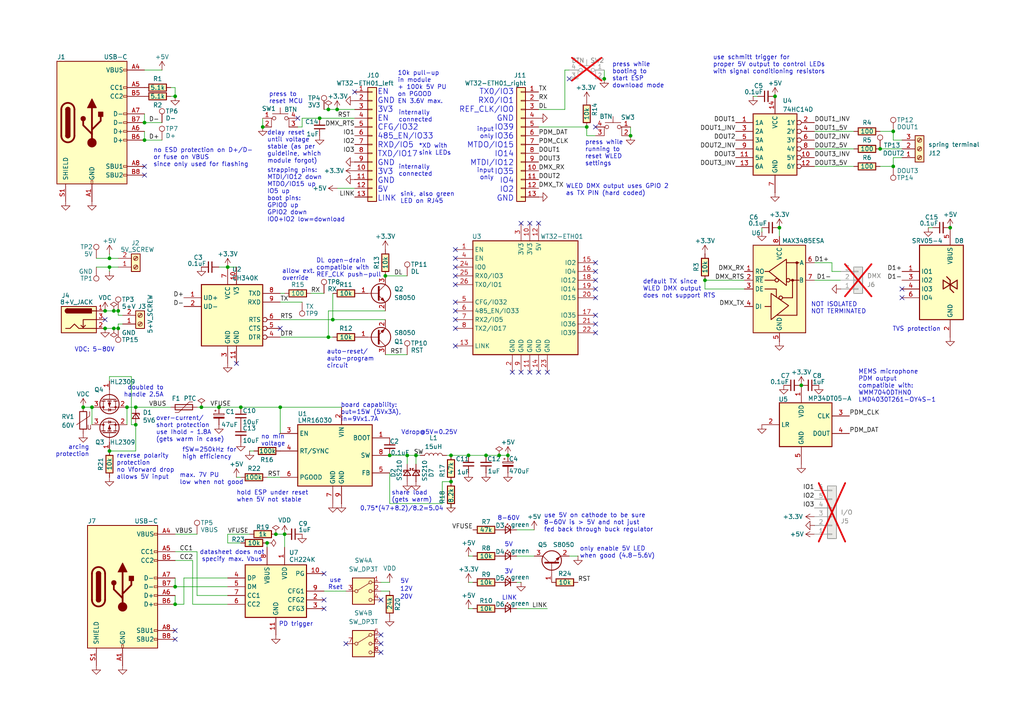
<source format=kicad_sch>
(kicad_sch (version 20250114) (generator "eeschema") (generator_version "9.0")
  (paper "A4")
  (title_block (title "WLED-ETH") (date "2025-12-01") (rev "v0.49") (company "CuVoodoo") (comment 1 "King Kévin") (comment 2 "CERN-OHL-S"))
  (text "default TX since\nWLED DMX output\ndoes not support RTS" (at 186.436 86.614 0) (effects (font (size 1.27 1.27)) (justify left bottom)))
  (text "auto-reset/\nauto-program\ncircuit" (at 94.742 106.934 0) (effects (font (size 1.27 1.27)) (justify left bottom)))
  (text "press to\nreset MCU" (at 77.978 30.226 0) (effects (font (size 1.27 1.27)) (justify left bottom)))
  (text "TX0/IO3\nRX0/IO1\nREF_CLK/IO0\nGND\nIO39\nIO36\nMTDO/IO15\nIO14\nMTDI/IO12\nIO35\nIO4\nIO2\nGND" (at 149.098 42.164 0) (effects (font (size 1.6 1.6)) (justify right)))
  (text "3V" (at 146.304 166.624 0) (effects (font (size 1.27 1.27)) (justify left bottom)))
  (text "LINK" (at 145.542 174.244 0) (effects (font (size 1.27 1.27)) (justify left bottom)))
  (text "*XD with\nsink LEDs" (at 121.412 43.434 0) (effects (font (size 1.27 1.27)) (justify left)))
  (text "MEMS microphone\nPDM output\ncompatible with:\nWMM7040DTHN0\nLMD4030T261-OY4S-1" (at 248.92 116.84 0) (effects (font (size 1.27 1.27)) (justify left bottom)))
  (text "press while\nrunning to\nreset WLED\nsettings" (at 169.672 48.26 0) (effects (font (size 1.27 1.27)) (justify left bottom)))
  (text "no ESD protection on D+/D-\nor fuse on VBUS\nsince only used for flashing" (at 44.45 48.514 0) (effects (font (size 1.27 1.27)) (justify left bottom)))
  (text "share load\n(gets warm)" (at 113.538 145.796 0) (effects (font (size 1.27 1.27)) (justify left bottom)))
  (text "use\nRset" (at 97.282 169.418 0) (effects (font (size 1.27 1.27))))
  (text "input\nonly" (at 143.256 52.324 0) (effects (font (size 1.27 1.27)) (justify right bottom)))
  (text "Vdrop@5V=0.25V" (at 116.332 126.238 0) (effects (font (size 1.27 1.27)) (justify left bottom)))
  (text "allow ext.\noverride" (at 81.788 81.534 0) (effects (font (size 1.27 1.27)) (justify left bottom)))
  (text "20V" (at 117.856 173.228 0) (effects (font (size 1.27 1.27))))
  (text "10k pull-up\nin module\n+ 100k 5V PU\non PGOOD\nEN 3.6V max." (at 115.316 30.226 0) (effects (font (size 1.27 1.27)) (justify left bottom)))
  (text "TVS protection" (at 258.826 96.266 0) (effects (font (size 1.27 1.27)) (justify left bottom)))
  (text "NOT ISOLATED\nNOT TERMINATED" (at 235.204 91.186 0) (effects (font (size 1.27 1.27)) (justify left bottom)))
  (text "doubled to\nhandle 2.5A" (at 47.498 115.316 0) (effects (font (size 1.27 1.27)) (justify right bottom)))
  (text "only enable 5V LED\nwhen good (4.8-5.6V)" (at 168.148 162.052 0) (effects (font (size 1.27 1.27)) (justify left bottom)))
  (text "press while\nbooting to\nstart ESP\ndownload mode" (at 177.546 25.654 0) (effects (font (size 1.27 1.27)) (justify left bottom)))
  (text "0.75*(47+8.2)/8.2=5.04" (at 104.394 148.336 0) (effects (font (size 1.27 1.27)) (justify left bottom)))
  (text "strapping pins:\nMTDI/IO12 down\nMTDO/IO15 up\nIO5 up\nboot pins:\nGPIO0 up\nGPIO2 down\nIO0+IO2 low=download" (at 77.47 64.516 0) (effects (font (size 1.27 1.27)) (justify left bottom)))
  (text "internally\nconnected" (at 115.57 51.308 0) (effects (font (size 1.27 1.27)) (justify left bottom)))
  (text "sink, also green\nLED on RJ45" (at 116.078 59.182 0) (effects (font (size 1.27 1.27)) (justify left bottom)))
  (text "use 5V on cathode to be sure\n8-60V is > 5V and not just\nfed back through buck regulator" (at 157.734 154.432 0) (effects (font (size 1.27 1.27)) (justify left bottom)))
  (text "internally\nconnected" (at 115.57 35.56 0) (effects (font (size 1.27 1.27)) (justify left bottom)))
  (text "EN\nGND\n3V3\nEN\nCFG/IO32\n485_EN/IO33\nRXD/IO5\nTXD/IO17\nGND\n3V3\nGND\n5V\nLINK" (at 109.474 42.164 0) (effects (font (size 1.6 1.6)) (justify left)))
  (text "max. 7V PU\nlow when not good" (at 52.07 140.716 0) (effects (font (size 1.27 1.27)) (justify left bottom)))
  (text "no min\nvoltage" (at 75.692 129.54 0) (effects (font (size 1.27 1.27)) (justify left bottom)))
  (text "delay reset\nuntil voltage\nstable (as per\nguideline, which\nmodule forgot)" (at 77.47 47.498 0) (effects (font (size 1.27 1.27)) (justify left bottom)))
  (text "fSW=250kHz for\nhigh efficiency" (at 52.832 133.35 0) (effects (font (size 1.27 1.27)) (justify left bottom)))
  (text "hold ESP under reset\nwhen 5V not stable" (at 68.58 145.796 0) (effects (font (size 1.27 1.27)) (justify left bottom)))
  (text "input\nonly" (at 143.256 40.386 0) (effects (font (size 1.27 1.27)) (justify right bottom)))
  (text "DL open-drain \ncompatible with\nREF_CLK push-pull" (at 91.694 80.518 0) (effects (font (size 1.27 1.27)) (justify left bottom)))
  (text "8-60V" (at 144.272 151.13 0) (effects (font (size 1.27 1.27)) (justify left bottom)))
  (text "arcing\nprotection" (at 25.908 132.588 0) (effects (font (size 1.27 1.27)) (justify right bottom)))
  (text "use schmitt trigger for\nproper 5V output to control LEDs\nwith signal conditioning resistors" (at 206.756 21.59 0) (effects (font (size 1.27 1.27)) (justify left bottom)))
  (text "board capability:\nout=15W (5Vx3A),\nin=9Vx1.7A" (at 98.806 122.428 0) (effects (font (size 1.27 1.27)) (justify left bottom)))
  (text "12V" (at 117.856 170.942 0) (effects (font (size 1.27 1.27))))
  (text "VDC: 5-80V" (at 21.59 102.235 0) (effects (font (size 1.27 1.27)) (justify left bottom)))
  (text "datasheet does not\nspecify max. Vbus" (at 67.31 161.29 0) (effects (font (size 1.27 1.27))))
  (text "5V" (at 146.304 158.75 0) (effects (font (size 1.27 1.27)) (justify left bottom)))
  (text "5V" (at 117.348 168.656 0) (effects (font (size 1.27 1.27))))
  (text "over-current/\nshort protection\nuse Ihold ~ 1.8A\n(gets warm in case)" (at 45.212 128.27 0) (effects (font (size 1.27 1.27)) (justify left bottom)))
  (text "reverse polarity\nprotection\nno Vforward drop\nallows 5V input\n" (at 33.782 139.192 0) (effects (font (size 1.27 1.27)) (justify left bottom)))
  (text "PD trigger" (at 85.852 181.102 0) (effects (font (size 1.27 1.27))))
  (text "WLED DMX output uses GPIO 2\nas TX PIN (hard coded)" (at 164.084 56.896 0) (effects (font (size 1.27 1.27)) (justify left bottom)))
  (junction (at 144.78 132.08))
  (junction (at 39.37 123.19))
  (junction (at 50.8 27.94))
  (junction (at 24.13 118.11))
  (junction (at 30.48 90.17))
  (junction (at 97.79 31.75))
  (junction (at 130.81 139.7))
  (junction (at 135.89 132.08))
  (junction (at 58.42 118.11))
  (junction (at 50.8 175.26))
  (junction (at 76.2 36.83))
  (junction (at 39.37 118.11))
  (junction (at 95.25 31.75))
  (junction (at 120.65 132.08))
  (junction (at 33.02 90.17))
  (junction (at 81.28 118.11))
  (junction (at 255.27 43.18))
  (junction (at 147.32 132.08))
  (junction (at 31.75 130.81))
  (junction (at 33.02 95.25))
  (junction (at 259.08 48.26))
  (junction (at 130.81 132.08))
  (junction (at 31.75 77.47))
  (junction (at 77.47 157.48))
  (junction (at 80.01 154.94))
  (junction (at 224.79 27.94))
  (junction (at 113.03 132.08))
  (junction (at 30.48 95.25))
  (junction (at 111.76 80.01))
  (junction (at 226.06 66.04))
  (junction (at 118.11 132.08))
  (junction (at 26.67 118.11))
  (junction (at 34.29 95.25))
  (junction (at 232.41 111.76))
  (junction (at 34.29 90.17))
  (junction (at 259.08 38.1))
  (junction (at 140.97 132.08))
  (junction (at 275.59 66.04))
  (junction (at 182.88 39.37))
  (junction (at 31.75 74.93))
  (junction (at 41.91 35.56))
  (junction (at 63.5 118.11))
  (junction (at 82.55 154.94))
  (junction (at 204.47 81.28))
  (junction (at 36.83 118.11))
  (junction (at 66.04 77.47))
  (junction (at 50.8 170.18))
  (junction (at 69.85 118.11))
  (junction (at 96.52 92.71))
  (junction (at 41.91 40.64))
  (junction (at 95.25 97.79))
  (junction (at 92.71 34.29))
  (junction (at 175.26 22.86))
  (junction (at 170.18 36.83))
  (no_connect (at 172.72 91.44))
  (no_connect (at 110.49 173.99))
  (no_connect (at 153.67 64.77))
  (no_connect (at 172.72 93.98))
  (no_connect (at 148.59 107.95))
  (no_connect (at 30.48 92.71))
  (no_connect (at 110.49 186.69))
  (no_connect (at 172.72 78.74))
  (no_connect (at 261.62 86.36))
  (no_connect (at 172.72 86.36))
  (no_connect (at 50.8 185.42))
  (no_connect (at 172.72 83.82))
  (no_connect (at 132.08 95.25))
  (no_connect (at 86.36 34.29))
  (no_connect (at 172.72 96.52))
  (no_connect (at 172.72 36.83))
  (no_connect (at 261.62 83.82))
  (no_connect (at 93.98 173.99))
  (no_connect (at 41.91 48.26))
  (no_connect (at 132.08 72.39))
  (no_connect (at 172.72 81.28))
  (no_connect (at 158.75 107.95))
  (no_connect (at 156.21 64.77))
  (no_connect (at 81.28 95.25))
  (no_connect (at 110.49 184.15))
  (no_connect (at 132.08 90.17))
  (no_connect (at 132.08 100.33))
  (no_connect (at 110.49 189.23))
  (no_connect (at 156.21 107.95))
  (no_connect (at 132.08 82.55))
  (no_connect (at 165.1 22.86))
  (no_connect (at 50.8 182.88))
  (no_connect (at 132.08 74.93))
  (no_connect (at 102.87 26.67))
  (no_connect (at 132.08 77.47))
  (no_connect (at 93.98 176.53))
  (no_connect (at 93.98 166.37))
  (no_connect (at 41.91 50.8))
  (no_connect (at 153.67 107.95))
  (no_connect (at 132.08 92.71))
  (no_connect (at 151.13 64.77))
  (no_connect (at 68.58 105.41))
  (no_connect (at 132.08 87.63))
  (no_connect (at 100.33 186.69))
  (no_connect (at 172.72 76.2))
  (no_connect (at 132.08 80.01))
  (no_connect (at 151.13 107.95))
  (wire (pts (xy 220.98 66.04) (xy 220.98 67.31)))
  (wire (pts (xy 236.22 38.1) (xy 247.65 38.1)))
  (wire (pts (xy 34.29 91.44) (xy 35.56 91.44)))
  (wire (pts (xy 243.84 78.74) (xy 241.3 78.74)))
  (wire (pts (xy 144.78 132.08) (xy 147.32 132.08)))
  (wire (pts (xy 149.86 176.53) (xy 158.75 176.53)))
  (wire (pts (xy 50.8 25.4) (xy 50.8 27.94)))
  (wire (pts (xy 236.22 48.26) (xy 247.65 48.26)))
  (wire (pts (xy 34.29 93.98) (xy 35.56 93.98)))
  (wire (pts (xy 41.91 38.1) (xy 41.91 40.64)))
  (wire (pts (xy 66.04 77.47) (xy 68.58 77.47)))
  (wire (pts (xy 38.1 109.22) (xy 38.1 123.19)))
  (wire (pts (xy 129.54 132.08) (xy 130.81 132.08)))
  (wire (pts (xy 68.58 138.43) (xy 69.85 138.43)))
  (wire (pts (xy 96.52 92.71) (xy 111.76 92.71)))
  (wire (pts (xy 82.55 85.09) (xy 81.28 85.09)))
  (wire (pts (xy 66.04 154.94) (xy 72.39 154.94)))
  (wire (pts (xy 113.03 132.08) (xy 118.11 132.08)))
  (wire (pts (xy 128.27 146.05) (xy 128.27 139.7)))
  (wire (pts (xy 34.29 95.25) (xy 34.29 93.98)))
  (wire (pts (xy 50.8 172.72) (xy 50.8 175.26)))
  (wire (pts (xy 226.06 66.04) (xy 226.06 68.58)))
  (wire (pts (xy 30.48 95.25) (xy 33.02 95.25)))
  (wire (pts (xy 81.28 92.71) (xy 96.52 92.71)))
  (wire (pts (xy 241.3 76.2) (xy 236.22 76.2)))
  (wire (pts (xy 82.55 154.94) (xy 82.55 158.75)))
  (wire (pts (xy 50.8 162.56) (xy 55.88 162.56)))
  (wire (pts (xy 63.5 77.47) (xy 66.04 77.47)))
  (wire (pts (xy 135.89 161.29) (xy 137.16 161.29)))
  (wire (pts (xy 97.79 31.75) (xy 102.87 31.75)))
  (wire (pts (xy 69.85 157.48) (xy 66.04 157.48)))
  (wire (pts (xy 34.29 90.17) (xy 34.29 91.44)))
  (wire (pts (xy 95.25 31.75) (xy 97.79 31.75)))
  (wire (pts (xy 118.11 132.08) (xy 120.65 132.08)))
  (wire (pts (xy 87.63 34.29) (xy 92.71 34.29)))
  (wire (pts (xy 72.39 130.81) (xy 73.66 130.81)))
  (wire (pts (xy 76.2 34.29) (xy 76.2 36.83)))
  (wire (pts (xy 39.37 130.81) (xy 39.37 123.19)))
  (wire (pts (xy 50.8 27.94) (xy 49.53 27.94)))
  (wire (pts (xy 57.15 118.11) (xy 58.42 118.11)))
  (wire (pts (xy 95.25 97.79) (xy 96.52 97.79)))
  (wire (pts (xy 236.22 43.18) (xy 247.65 43.18)))
  (wire (pts (xy 55.88 175.26) (xy 66.04 175.26)))
  (wire (pts (xy 33.02 90.17) (xy 34.29 90.17)))
  (wire (pts (xy 81.28 87.63) (xy 87.63 87.63)))
  (wire (pts (xy 130.81 132.08) (xy 135.89 132.08)))
  (wire (pts (xy 92.71 34.29) (xy 102.87 34.29)))
  (wire (pts (xy 204.47 81.28) (xy 215.9 81.28)))
  (wire (pts (xy 156.21 36.83) (xy 170.18 36.83)))
  (wire (pts (xy 36.83 118.11) (xy 36.83 123.19)))
  (wire (pts (xy 81.28 118.11) (xy 99.06 118.11)))
  (wire (pts (xy 97.79 54.61) (xy 102.87 54.61)))
  (wire (pts (xy 87.63 36.83) (xy 86.36 36.83)))
  (wire (pts (xy 113.03 171.45) (xy 110.49 171.45)))
  (wire (pts (xy 255.27 38.1) (xy 259.08 38.1)))
  (wire (pts (xy 36.83 118.11) (xy 39.37 118.11)))
  (wire (pts (xy 120.65 132.08) (xy 121.92 132.08)))
  (wire (pts (xy 163.83 20.32) (xy 163.83 31.75)))
  (wire (pts (xy 31.75 130.81) (xy 39.37 130.81)))
  (wire (pts (xy 259.08 40.64) (xy 259.08 38.1)))
  (wire (pts (xy 113.03 137.16) (xy 113.03 146.05)))
  (wire (pts (xy 41.91 20.32) (xy 46.99 20.32)))
  (wire (pts (xy 50.8 170.18) (xy 66.04 170.18)))
  (wire (pts (xy 53.34 175.26) (xy 53.34 167.64)))
  (wire (pts (xy 31.75 74.93) (xy 34.29 74.93)))
  (wire (pts (xy 204.47 83.82) (xy 215.9 83.82)))
  (wire (pts (xy 149.86 161.29) (xy 154.94 161.29)))
  (wire (pts (xy 93.98 31.75) (xy 95.25 31.75)))
  (wire (pts (xy 31.75 77.47) (xy 34.29 77.47)))
  (wire (pts (xy 31.75 109.22) (xy 31.75 110.49)))
  (wire (pts (xy 31.75 77.47) (xy 31.75 78.74)))
  (wire (pts (xy 118.11 132.08) (xy 118.11 134.62)))
  (wire (pts (xy 69.85 118.11) (xy 81.28 118.11)))
  (wire (pts (xy 81.28 97.79) (xy 95.25 97.79)))
  (wire (pts (xy 90.17 85.09) (xy 93.98 85.09)))
  (wire (pts (xy 41.91 35.56) (xy 46.99 35.56)))
  (wire (pts (xy 140.97 132.08) (xy 144.78 132.08)))
  (wire (pts (xy 259.08 40.64) (xy 261.62 40.64)))
  (wire (pts (xy 128.27 139.7) (xy 130.81 139.7)))
  (wire (pts (xy 41.91 33.02) (xy 41.91 35.56)))
  (wire (pts (xy 113.03 168.91) (xy 110.49 168.91)))
  (wire (pts (xy 50.8 167.64) (xy 50.8 170.18)))
  (wire (pts (xy 33.02 95.25) (xy 34.29 95.25)))
  (wire (pts (xy 58.42 118.11) (xy 63.5 118.11)))
  (wire (pts (xy 87.63 34.29) (xy 87.63 36.83)))
  (wire (pts (xy 93.98 171.45) (xy 100.33 171.45)))
  (wire (pts (xy 111.76 80.01) (xy 118.11 80.01)))
  (wire (pts (xy 204.47 81.28) (xy 204.47 83.82)))
  (wire (pts (xy 170.18 39.37) (xy 170.18 36.83)))
  (wire (pts (xy 55.88 162.56) (xy 55.88 175.26)))
  (wire (pts (xy 135.89 176.53) (xy 137.16 176.53)))
  (wire (pts (xy 255.27 48.26) (xy 259.08 48.26)))
  (wire (pts (xy 39.37 118.11) (xy 49.53 118.11)))
  (wire (pts (xy 241.3 78.74) (xy 241.3 76.2)))
  (wire (pts (xy 57.15 172.72) (xy 66.04 172.72)))
  (wire (pts (xy 120.65 132.08) (xy 120.65 134.62)))
  (wire (pts (xy 182.88 36.83) (xy 182.88 39.37)))
  (wire (pts (xy 236.22 81.28) (xy 243.84 81.28)))
  (wire (pts (xy 31.75 73.66) (xy 31.75 74.93)))
  (wire (pts (xy 49.53 25.4) (xy 50.8 25.4)))
  (wire (pts (xy 259.08 48.26) (xy 259.08 45.72)))
  (wire (pts (xy 27.94 77.47) (xy 31.75 77.47)))
  (wire (pts (xy 53.34 167.64) (xy 66.04 167.64)))
  (wire (pts (xy 95.25 90.17) (xy 95.25 97.79)))
  (wire (pts (xy 50.8 154.94) (xy 57.15 154.94)))
  (wire (pts (xy 149.86 153.67) (xy 154.94 153.67)))
  (wire (pts (xy 96.52 85.09) (xy 96.52 92.71)))
  (wire (pts (xy 80.01 154.94) (xy 82.55 154.94)))
  (wire (pts (xy 111.76 90.17) (xy 95.25 90.17)))
  (wire (pts (xy 38.1 123.19) (xy 39.37 123.19)))
  (wire (pts (xy 77.47 157.48) (xy 77.47 158.75)))
  (wire (pts (xy 66.04 157.48) (xy 66.04 154.94)))
  (wire (pts (xy 26.67 118.11) (xy 26.67 123.19)))
  (wire (pts (xy 41.91 40.64) (xy 46.99 40.64)))
  (wire (pts (xy 30.48 90.17) (xy 33.02 90.17)))
  (wire (pts (xy 255.27 43.18) (xy 261.62 43.18)))
  (wire (pts (xy 31.75 109.22) (xy 38.1 109.22)))
  (wire (pts (xy 24.13 118.11) (xy 26.67 118.11)))
  (wire (pts (xy 113.03 146.05) (xy 128.27 146.05)))
  (wire (pts (xy 135.89 132.08) (xy 140.97 132.08)))
  (wire (pts (xy 81.28 118.11) (xy 81.28 125.73)))
  (wire (pts (xy 167.64 161.29) (xy 165.1 161.29)))
  (wire (pts (xy 219.71 27.94) (xy 218.44 27.94)))
  (wire (pts (xy 165.1 20.32) (xy 163.83 20.32)))
  (wire (pts (xy 170.18 39.37) (xy 172.72 39.37)))
  (wire (pts (xy 259.08 45.72) (xy 261.62 45.72)))
  (wire (pts (xy 50.8 175.26) (xy 53.34 175.26)))
  (wire (pts (xy 135.89 168.91) (xy 137.16 168.91)))
  (wire (pts (xy 50.8 160.02) (xy 57.15 160.02)))
  (wire (pts (xy 156.21 31.75) (xy 163.83 31.75)))
  (wire (pts (xy 77.47 138.43) (xy 81.28 138.43)))
  (wire (pts (xy 27.94 74.93) (xy 31.75 74.93)))
  (wire (pts (xy 63.5 118.11) (xy 69.85 118.11)))
  (wire (pts (xy 175.26 20.32) (xy 175.26 22.86)))
  (wire (pts (xy 111.76 102.87) (xy 118.11 102.87)))
  (wire (pts (xy 57.15 160.02) (xy 57.15 172.72)))
  (wire (pts (xy 270.51 66.04) (xy 269.24 66.04)))
  (wire (pts (xy 130.81 147.32) (xy 130.81 146.05)))
  (wire (pts (xy 151.13 168.91) (xy 149.86 168.91)))
  (label "DOUT1_INV" (at 213.36 38.1 180))
  (label "DMX_RTS" (at 102.87 36.83 180))
  (label "PDM_CLK" (at 156.21 41.91 0))
  (label "D+" (at 43.18 40.64 0))
  (label "VBUS" (at 43.18 118.11 0))
  (label "VBUS" (at 50.8 154.94 0))
  (label "IO3" (at 102.87 44.45 180))
  (label "DOUT3_INV" (at 213.36 48.26 180))
  (label "IO3" (at 236.22 147.32 180))
  (label "DOUT1_INV" (at 236.22 35.56 0))
  (label "CC2" (at 52.07 162.56 0))
  (label "LINK" (at 158.75 176.53 180))
  (label "PDM_DAT" (at 246.38 125.73 0))
  (label "RST" (at 116.84 102.87 180))
  (label "DL" (at 114.3 80.01 0))
  (label "RTS" (at 81.28 92.71 0))
  (label "DTR" (at 81.28 97.79 0))
  (label "DMX_RX" (at 215.9 78.74 180))
  (label "RST" (at 81.28 138.43 180))
  (label "DOUT3_5V" (at 236.22 48.26 0))
  (label "CC1" (at 52.07 160.02 0))
  (label "LINK" (at 102.87 57.15 180))
  (label "VFUSE" (at 137.16 153.67 180))
  (label "VFUSE" (at 60.96 118.11 0))
  (label "D1-" (at 236.855 81.28 0))
  (label "VFUSE" (at 66.04 154.94 0))
  (label "DOUT2_INV" (at 213.36 43.18 180))
  (label "DOUT3" (at 156.21 46.99 0))
  (label "D1+" (at 261.62 78.74 180))
  (label "IO1" (at 236.22 142.24 180))
  (label "RST" (at 101.6 34.29 180))
  (label "RX" (at 156.21 29.21 0))
  (label "IO2" (at 102.87 41.91 180))
  (label "RST" (at 167.64 168.91 0))
  (label "D-" (at 53.34 88.9 180))
  (label "SW" (at 120.015 132.08 0))
  (label "IO1" (at 102.87 39.37 180))
  (label "D1+" (at 236.22 76.2 0))
  (label "RX" (at 90.17 85.09 0))
  (label "DMX_RTS" (at 215.9 81.28 180))
  (label "PDM_CLK" (at 246.38 120.65 0))
  (label "TX" (at 156.21 26.67 0))
  (label "DOUT2" (at 156.21 52.07 0))
  (label "PDM_DAT" (at 156.21 39.37 0))
  (label "DOUT3" (at 213.36 45.72 180))
  (label "DOUT1_5V" (at 236.22 38.1 0))
  (label "DMX_TX" (at 215.9 88.9 180))
  (label "TX" (at 81.28 87.63 0))
  (label "DOUT2_5V" (at 236.22 43.18 0))
  (label "DOUT2" (at 213.36 40.64 180))
  (label "DOUT1" (at 156.21 44.45 0))
  (label "D1-" (at 261.62 81.28 180))
  (label "DMX_RX" (at 156.21 49.53 0))
  (label "D+" (at 53.34 86.36 180))
  (label "DOUT3_INV" (at 236.22 45.72 0))
  (label "D-" (at 43.18 35.56 0))
  (label "DL" (at 156.21 31.75 0))
  (label "DOUT1" (at 213.36 35.56 180))
  (label "IO2" (at 236.22 144.78 180))
  (label "DMX_TX" (at 156.21 54.61 0))
  (label "DOUT2_INV" (at 236.22 40.64 0))
  (symbol (lib_id "power:+5V") (at 224.79 27.94 0) (unit 1)
    (property "Reference" "#PWR038" (effects (hide yes)))
    (property "Value" "+5V" (at 224.79 24.13 0))
    (property "Description" "Power symbol creates a global label with name \"+5V\"" (effects (hide yes)))
  )
  (symbol (lib_id "partdb:pMOS/HL2309") (at 31.75 115.57 90) (mirror x) (unit 1)
    (property "Reference" "Q4" (at 28.702 113.03 90))
    (property "Value" "HL2309" (at 35.56 110.744 90))
    (property "Footprint" "qeda:SOT95P237X112-3N" (effects (hide yes)))
    (property "Datasheet" "https://wmsc.lcsc.com/wmsc/upload/file/pdf/v2/lcsc/2410010233_hongjiacheng-HL2309_C28646263.pdf" (effects (hide yes)))
    (property "Description" "pMOS 60V 1.25A" (effects (hide yes)))
    (property "qeda_part" "transistor/pmos_40p05" (effects (hide yes)))
    (property "JLCPCB_CORRECTION" "0;0;180" (effects (hide yes)))
    (property "JLCPCB" "C28646263" (effects (hide yes)))
    (property "MPN" "HL2309" (effects (hide yes)))
    (property "Manufacturer" "hongjiacheng" (effects (hide yes)))
  )
  (symbol (lib_id "partdb:fuse/JK60-185") (at 53.34 118.11 90) (unit 1)
    (property "Reference" "F1" (at 51.054 115.57 90))
    (property "Value" "PTC" (at 55.118 115.57 90))
    (property "Footprint" "qeda:VREG_JK60-185" (effects (hide yes)))
    (property "Datasheet" "https://omo-oss-file.thefastfile.com/portal-saas/new2022090111484395596/cms/file/96a36e42-2262-4bf8-9c83-71b3fcc4236e.pdf" (effects (hide yes)))
    (property "Description" "PTC fuse 3.7A" (effects (hide yes)))
    (property "qeda_part" "vreg/fuse_jk60" (effects (hide yes)))
    (property "qeda_variant" "185" (effects (hide yes)))
    (property "LCSC" "C369091" (effects (hide yes)))
    (property "MPN" "JK60-185" (effects (hide yes)))
    (property "Manufacturer" "Jinrui Electronic Materials Co." (effects (hide yes)))
  )
  (symbol (lib_id "partdb:transistor/SS8050") (at 109.22 97.79 0) (mirror x) (unit 1)
    (property "Reference" "Q1" (at 114.3 99.0601 0) (effects (justify left)))
    (property "Value" "S8050" (at 114.3 96.5201 0) (effects (justify left)))
    (property "Footprint" "qeda:SOT95P237X112-3N" (effects (hide yes)))
    (property "Datasheet" "https://datasheet.lcsc.com/lcsc/2303221100_Jiangsu-Changjing-Electronics-Technology-Co---Ltd--SS8050-RANGE-200-350_C2150.pdf" (effects (hide yes)))
    (property "Description" "NPN 25V 1.5A" (effects (hide yes)))
    (property "JLCPCB_CORRECTION" "0;0;180" (effects (hide yes)))
    (property "JLCPCB" "C2150" (effects (hide yes)))
    (property "MPN" "SS8050(RANGE:200-350)" (effects (hide yes)))
    (property "Manufacturer" "Jiangsu Changjing Electronics Technology Co., Ltd." (effects (hide yes)))
  )
  (symbol (lib_id "power:+3.3V") (at 204.47 73.66 0) (unit 1)
    (property "Reference" "#PWR063" (effects (hide yes)))
    (property "Value" "+3.3V" (at 204.47 69.85 0))
    (property "Description" "Power symbol creates a global label with name \"+3.3V\"" (effects (hide yes)))
  )
  (symbol (lib_id "partdb:capacitor/CL31A106KBHNNNE") (at 69.85 120.65 0) (unit 1)
    (property "Reference" "C10" (at 70.358 119.126 0) (effects (justify left)))
    (property "Value" "10uF" (at 70.358 122.428 0) (effects (justify left)))
    (property "Footprint" "qeda:CAPC3216X180N" (effects (hide yes)))
    (property "Datasheet" "https://datasheet.lcsc.com/lcsc/2304140030_Samsung-Electro-Mechanics-CL31A106KBHNNNE_C13585.pdf" (effects (hide yes)))
    (property "Description" "C1206 10uF 50V" (effects (hide yes)))
    (property "qeda_part" "capacitor/c1206" (effects (hide yes)))
    (property "JLCPCB_CORRECTION" "0;0;-90" (effects (hide yes)))
    (property "JLCPCB" "C13585" (effects (hide yes)))
    (property "MPN" "CL31A106KBHNNNE" (effects (hide yes)))
    (property "Manufacturer" "Samsung Electro-Mechanics" (effects (hide yes)))
  )
  (symbol (lib_id "partdb:resistor/0603WAF1002T5E") (at 100.33 85.09 0) (mirror y) (unit 1)
    (property "Reference" "R11" (at 100.33 82.55 0))
    (property "Value" "10k" (at 100.33 85.09 0))
    (property "Footprint" "qeda:UC1608X55N" (effects (hide yes)))
    (property "Datasheet" "https://datasheet.lcsc.com/lcsc/2206010045_UNI-ROYAL-Uniroyal-Elec-0603WAF1002T5E_C25804.pdf" (effects (hide yes)))
    (property "Description" "R0603 10k 1%" (effects (hide yes)))
    (property "qeda_part" "resistor/r0603" (effects (hide yes)))
    (property "JLCPCB_CORRECTION" "0;0;-90" (effects (hide yes)))
    (property "name" "resistor, chip, 1.6x0.8 mm" (effects (hide yes)))
    (property "LCSC" "C25804" (effects (hide yes)))
    (property "Manufacturer" "UNI-ROYAL(Uniroyal Elec)" (effects (hide yes)))
    (property "MPN" "0603WAF1002T5E" (effects (hide yes)))
    (property "manufacturer" "UNI-ROYAL(Uniroyal Elec)" (effects (hide yes)))
    (property "mpn" "0603WAF1002T5E" (effects (hide yes)))
  )
  (symbol (lib_id "power:+5V") (at 154.94 153.67 0) (unit 1)
    (property "Reference" "#PWR069" (effects (hide yes)))
    (property "Value" "+5V" (at 154.94 149.86 0))
    (property "Description" "Power symbol creates a global label with name \"+5V\"" (effects (hide yes)))
  )
  (symbol (lib_id "partdb:sound/MP34DT05TR-A") (at 226.06 116.84 0) (unit 1)
    (property "Reference" "U5" (at 225.806 115.824 0) (effects (justify left)))
    (property "Value" "MP34DT05-A" (at 234.315 115.57 0) (effects (justify left)))
    (property "Footprint" "qeda:SENSOR_MP34DT05-A" (effects (hide yes)))
    (property "Datasheet" "https://www.st.com/resource/en/datasheet/mp34dt05-a.pdf" (effects (hide yes)))
    (property "Description" "MEMS microphone with PDM" (effects (hide yes)))
    (property "qeda_part" "sensor/microphone-pdm_mp34dt05-a" (effects (hide yes)))
    (property "JLCPCB_CORRECTION" "0;0;180" (effects (hide yes)))
    (property "LCSC" "C2937733" (effects (hide yes)))
    (property "Manufacturer" "STMicroelectronics" (effects (hide yes)))
    (property "MPN" "MP34DT05TR-A" (effects (hide yes)))
    (property "manufacturer" "STMicroelectronics" (effects (hide yes)))
    (property "mpn" "MP34DT05TR-A" (effects (hide yes)))
  )
  (symbol (lib_id "partdb:capacitor/CC0603KRX7R9BB104") (at 223.52 66.04 90) (unit 1)
    (property "Reference" "C6" (at 219.964 62.992 90) (effects (justify left)))
    (property "Value" "0.1uF" (at 222.504 64.77 90) (effects (justify left)))
    (property "Footprint" "qeda:CAPC1608X92N" (effects (hide yes)))
    (property "Datasheet" "https://datasheet.lcsc.com/lcsc/2211101700_YAGEO-CC0603KRX7R9BB104_C14663.pdf" (effects (hide yes)))
    (property "Description" "C0603 0.1uF 50V" (effects (hide yes)))
    (property "qeda_part" "capacitor/c0603" (effects (hide yes)))
    (property "JLCPCB_CORRECTION" "0;0;-90" (effects (hide yes)))
    (property "LCSC" "C14663" (effects (hide yes)))
    (property "JLCPCB" "C14663" (effects (hide yes)))
    (property "DigiKey" "311-1335-1-ND" (effects (hide yes)))
    (property "Manufacturer" "YAGEO" (effects (hide yes)))
    (property "MPN" "CC0603KRX7R9BB104" (effects (hide yes)))
    (property "manufacturer" "YAGEO" (effects (hide yes)))
    (property "mpn" "CC0603KRX7R9BB104" (effects (hide yes)))
  )
  (symbol (lib_id "Connector:TestPoint") (at 118.11 102.87 0) (unit 1)
    (property "Reference" "TP10" (at 119.126 99.568 0) (effects (justify left)))
    (property "Value" "RST" (at 119.126 101.6 0) (effects (justify left)))
    (property "Footprint" "TestPoint:TestPoint_Pad_D1.5mm" (effects (hide yes)))
    (property "Description" "test point" (effects (hide yes)))
  )
  (symbol (lib_id "power:GND") (at 218.44 27.94 0) (unit 1)
    (property "Reference" "#PWR035" (effects (hide yes)))
    (property "Value" "GND" (effects (hide yes)))
    (property "Description" "Power symbol creates a global label with name \"GND\" , ground" (effects (hide yes)))
  )
  (symbol (lib_id "partdb:LED/19-217/GHC-YR1S2/3T") (at 147.32 176.53 0) (mirror y) (unit 1)
    (property "Reference" "D6" (at 145.034 175.26 0))
    (property "Value" "green" (at 150.876 175.006 0))
    (property "Footprint" "qeda:UPC1608X90N" (effects (hide yes)))
    (property "Datasheet" "https://datasheet.lcsc.com/lcsc/1811101510_Everlight-Elec-19-217-GHC-YR1S2-3T_C72043.pdf" (effects (hide yes)))
    (property "Description" "LED green 0603" (effects (hide yes)))
    (property "qeda_part" "diode/led0603" (effects (hide yes)))
    (property "JLCPCB_CORRECTION" "0;0;-90" (effects (hide yes)))
    (property "LCSC" "C72043" (effects (hide yes)))
    (property "JLCPCB" "C2986059" (effects (hide yes)))
    (property "MPN" "19-217/GHC-YR1S2/3T" (effects (hide yes)))
    (property "Manufacturer" "Everlight Elec" (effects (hide yes)))
    (property "Sim.Pin" "1=K 2=A" (effects (hide yes)))
  )
  (symbol (lib_id "partdb:capacitor/CC0603KRX7R9BB104") (at 273.05 66.04 90) (unit 1)
    (property "Reference" "C15" (at 272.161 62.992 90) (effects (justify left)))
    (property "Value" "0.1uF" (at 272.161 64.77 90) (effects (justify left)))
    (property "Footprint" "qeda:CAPC1608X92N" (effects (hide yes)))
    (property "Datasheet" "https://datasheet.lcsc.com/lcsc/2211101700_YAGEO-CC0603KRX7R9BB104_C14663.pdf" (effects (hide yes)))
    (property "Description" "C0603 0.1uF 50V" (effects (hide yes)))
    (property "qeda_part" "capacitor/c0603" (effects (hide yes)))
    (property "JLCPCB_CORRECTION" "0;0;-90" (effects (hide yes)))
    (property "LCSC" "C14663" (effects (hide yes)))
    (property "JLCPCB" "C14663" (effects (hide yes)))
    (property "DigiKey" "311-1335-1-ND" (effects (hide yes)))
    (property "Manufacturer" "YAGEO" (effects (hide yes)))
    (property "MPN" "CC0603KRX7R9BB104" (effects (hide yes)))
    (property "manufacturer" "YAGEO" (effects (hide yes)))
    (property "mpn" "CC0603KRX7R9BB104" (effects (hide yes)))
  )
  (symbol (lib_id "Connector:TestPoint") (at 87.63 87.63 0) (mirror x) (unit 1)
    (property "Reference" "TP9" (at 88.646 90.932 0) (effects (justify left)))
    (property "Value" "TX" (at 88.646 88.9 0) (effects (justify left)))
    (property "Footprint" "TestPoint:TestPoint_Pad_D1.5mm" (effects (hide yes)))
    (property "Description" "test point" (effects (hide yes)))
  )
  (symbol (lib_id "power:+5V") (at 31.75 73.66 0) (unit 1)
    (property "Reference" "#PWR03" (effects (hide yes)))
    (property "Value" "+5V" (at 31.75 69.85 0))
    (property "Description" "Power symbol creates a global label with name \"+5V\"" (effects (hide yes)))
  )
  (symbol (lib_id "partdb:resistor/0603WAF1002T5E") (at 31.75 134.62 90) (mirror x) (unit 1)
    (property "Reference" "R21" (at 29.21 134.62 0))
    (property "Value" "10k" (at 31.75 134.62 0))
    (property "Footprint" "qeda:UC1608X55N" (effects (hide yes)))
    (property "Datasheet" "https://datasheet.lcsc.com/lcsc/2206010045_UNI-ROYAL-Uniroyal-Elec-0603WAF1002T5E_C25804.pdf" (effects (hide yes)))
    (property "Description" "R0603 10k 1%" (effects (hide yes)))
    (property "qeda_part" "resistor/r0603" (effects (hide yes)))
    (property "JLCPCB_CORRECTION" "0;0;-90" (effects (hide yes)))
    (property "name" "resistor, chip, 1.6x0.8 mm" (effects (hide yes)))
    (property "LCSC" "C25804" (effects (hide yes)))
    (property "Manufacturer" "UNI-ROYAL(Uniroyal Elec)" (effects (hide yes)))
    (property "MPN" "0603WAF1002T5E" (effects (hide yes)))
    (property "manufacturer" "UNI-ROYAL(Uniroyal Elec)" (effects (hide yes)))
    (property "mpn" "0603WAF1002T5E" (effects (hide yes)))
  )
  (symbol (lib_id "power:GND") (at 27.94 193.04 0) (unit 1)
    (property "Reference" "#PWR061" (effects (hide yes)))
    (property "Value" "GND" (effects (hide yes)))
    (property "Description" "Power symbol creates a global label with name \"GND\" , ground" (effects (hide yes)))
  )
  (symbol (lib_id "power:GND") (at 236.22 152.4 270) (unit 1)
    (property "Reference" "#PWR032" (effects (hide yes)))
    (property "Value" "GND" (effects (hide yes)))
    (property "Description" "Power symbol creates a global label with name \"GND\" , ground" (effects (hide yes)))
  )
  (symbol (lib_id "partdb:pMOS/HL2309") (at 31.75 125.73 90) (unit 1)
    (property "Reference" "Q3" (at 28.956 128.27 90))
    (property "Value" "HL2309" (at 35.56 128.27 90))
    (property "Footprint" "qeda:SOT95P237X112-3N" (effects (hide yes)))
    (property "Datasheet" "https://wmsc.lcsc.com/wmsc/upload/file/pdf/v2/lcsc/2410010233_hongjiacheng-HL2309_C28646263.pdf" (effects (hide yes)))
    (property "Description" "pMOS 60V 1.25A" (effects (hide yes)))
    (property "qeda_part" "transistor/pmos_40p05" (effects (hide yes)))
    (property "JLCPCB_CORRECTION" "0;0;180" (effects (hide yes)))
    (property "JLCPCB" "C28646263" (effects (hide yes)))
    (property "MPN" "HL2309" (effects (hide yes)))
    (property "Manufacturer" "hongjiacheng" (effects (hide yes)))
  )
  (symbol (lib_id "power:+3.3V") (at 236.22 149.86 90) (unit 1)
    (property "Reference" "#PWR031" (effects (hide yes)))
    (property "Value" "+3.3V" (at 232.918 149.86 90) (effects (justify left)))
    (property "Description" "Power symbol creates a global label with name \"+3.3V\"" (effects (hide yes)))
  )
  (symbol (lib_id "power:GND") (at 147.32 137.16 0) (unit 1)
    (property "Reference" "#PWR046" (effects (hide yes)))
    (property "Value" "GND" (effects (hide yes)))
    (property "Description" "Power symbol creates a global label with name \"GND\" , ground" (effects (hide yes)))
  )
  (symbol (lib_id "partdb:capacitor/CL10A105KB8NNNC") (at 234.95 111.76 270) (unit 1)
    (property "Reference" "C8" (at 236.982 108.966 90))
    (property "Value" "1uF" (at 237.49 110.744 90))
    (property "Footprint" "qeda:CAPC1608X92N" (effects (hide yes)))
    (property "Datasheet" "https://datasheet.lcsc.com/lcsc/2304140030_Samsung-Electro-Mechanics-CL10A105KB8NNNC_C15849.pdf" (effects (hide yes)))
    (property "Description" "C0603 1uF 50V" (effects (hide yes)))
    (property "qeda_part" "capacitor/c0603" (effects (hide yes)))
    (property "JLCPCB_CORRECTION" "0;0;-90" (effects (hide yes)))
    (property "JLCPCB" "C15849" (effects (hide yes)))
    (property "Manufacturer" "Samsung Electro-Mechanics" (effects (hide yes)))
    (property "MPN" "CL10A105KB8NNNC" (effects (hide yes)))
    (property "manufacturer" "Samsung Electro-Mechanics" (effects (hide yes)))
    (property "mpn" "CL10A105KB8NNNC" (effects (hide yes)))
  )
  (symbol (lib_id "partdb:fuse/HMLV1206-820G") (at 24.13 121.92 0) (mirror y) (unit 1)
    (property "Reference" "RV1" (at 21.59 120.8432 0) (effects (justify left)))
    (property "Value" "60V" (at 21.59 123.3832 0) (effects (justify left)))
    (property "Footprint" "qeda:VARC3216X190N" (effects (hide yes)))
    (property "Datasheet" "https://wmsc.lcsc.com/wmsc/upload/file/pdf/v2/lcsc/2507031705_R-O-HMLV1206-820G_C49247588.pdf" (effects (hide yes)))
    (property "Description" "MOV varistor 82V" (effects (hide yes)))
    (property "Sim.Name" "kicad_builtin_varistor" (effects (hide yes)))
    (property "Sim.Device" "SUBCKT" (effects (hide yes)))
    (property "Sim.Pins" "1=A 2=B" (effects (hide yes)))
    (property "Sim.Params" "threshold=1k" (effects (hide yes)))
    (property "Sim.Library" "${KICAD9_SYMBOL_DIR}/Simulation_SPICE.sp" (effects (hide yes)))
    (property "MPN" "HMLV1206-820G" (effects (hide yes)))
    (property "Manufacturer" "R+O" (effects (hide yes)))
    (property "qeda_part" "resistor/varistor_mov" (effects (hide yes)))
    (property "qeda_variant" "1206" (effects (hide yes)))
    (property "JLCPCB_CORRECTION" "0;0;-90" (effects (hide yes)))
    (property "LCSC" "C49247588" (effects (hide yes)))
  )
  (symbol (lib_id "partdb:resistor/0603WAF1002T5E") (at 100.33 97.79 0) (mirror y) (unit 1)
    (property "Reference" "R12" (at 100.33 95.25 0))
    (property "Value" "10k" (at 100.33 97.79 0))
    (property "Footprint" "qeda:UC1608X55N" (effects (hide yes)))
    (property "Datasheet" "https://datasheet.lcsc.com/lcsc/2206010045_UNI-ROYAL-Uniroyal-Elec-0603WAF1002T5E_C25804.pdf" (effects (hide yes)))
    (property "Description" "R0603 10k 1%" (effects (hide yes)))
    (property "qeda_part" "resistor/r0603" (effects (hide yes)))
    (property "JLCPCB_CORRECTION" "0;0;-90" (effects (hide yes)))
    (property "name" "resistor, chip, 1.6x0.8 mm" (effects (hide yes)))
    (property "LCSC" "C25804" (effects (hide yes)))
    (property "Manufacturer" "UNI-ROYAL(Uniroyal Elec)" (effects (hide yes)))
    (property "MPN" "0603WAF1002T5E" (effects (hide yes)))
    (property "manufacturer" "UNI-ROYAL(Uniroyal Elec)" (effects (hide yes)))
    (property "mpn" "0603WAF1002T5E" (effects (hide yes)))
  )
  (symbol (lib_id "power:GND") (at 113.03 179.07 0) (unit 1)
    (property "Reference" "#PWR060" (effects (hide yes)))
    (property "Value" "GND" (effects (hide yes)))
    (property "Description" "Power symbol creates a global label with name \"GND\" , ground" (effects (hide yes)))
  )
  (symbol (lib_id "power:VDD") (at 113.03 168.91 0) (unit 1)
    (property "Reference" "#PWR059" (effects (hide yes)))
    (property "Value" "VDD" (at 113.03 164.846 0))
    (property "Description" "Power symbol creates a global label with name \"VDD\"" (effects (hide yes)))
  )
  (symbol (lib_id "partdb:capacitor/KM476M100F12RR0VH2FP0") (at 63.5 120.65 0) (unit 1)
    (property "Reference" "C1" (at 65.405 119.38 0) (effects (justify left)))
    (property "Value" "47uF" (at 64.135 123.19 0) (effects (justify left)))
    (property "Footprint" "qeda:CAPPRD350W50D800H1200N" (effects (hide yes)))
    (property "Datasheet" "https://datasheet.lcsc.com/lcsc/2110271330_CX-Dongguan-Chengxing-Elec-KM476M100F12RR0VH2FP0_C46895.pdf" (effects (hide yes)))
    (property "Description" "AEC 47uF 100V 8x12mm" (effects (hide yes)))
    (property "MPN" "KM476M100F12RR0VH2FP0" (effects (hide yes)))
    (property "Manufacturer" "CX(Dongguan Chengxing Elec)" (effects (hide yes)))
    (property "qeda_part" "capacitor/cap_radial" (effects (hide yes)))
    (property "qeda_variant" "8x12" (effects (hide yes)))
    (property "JLCPCB_CORRECTION" "0;0;-90" (effects (hide yes)))
    (property "LCSC" "C46895" (effects (hide yes)))
  )
  (symbol (lib_id "power:+5V") (at 275.59 66.04 0) (unit 1)
    (property "Reference" "#PWR072" (effects (hide yes)))
    (property "Value" "+5V" (at 275.59 62.23 0))
    (property "Description" "Power symbol creates a global label with name \"+5V\"" (effects (hide yes)))
  )
  (symbol (lib_id "power:GND") (at 120.65 139.7 0) (unit 1)
    (property "Reference" "#PWR019" (effects (hide yes)))
    (property "Value" "GND" (effects (hide yes)))
    (property "Description" "Power symbol creates a global label with name \"GND\" , ground" (effects (hide yes)))
  )
  (symbol (lib_id "partdb:capacitor/CC0603KRX7R9BB104") (at 229.87 111.76 90) (unit 1)
    (property "Reference" "C7" (at 229.108 108.966 90) (effects (justify left)))
    (property "Value" "0.1uF" (at 228.854 110.744 90) (effects (justify left)))
    (property "Footprint" "qeda:CAPC1608X92N" (effects (hide yes)))
    (property "Datasheet" "https://datasheet.lcsc.com/lcsc/2211101700_YAGEO-CC0603KRX7R9BB104_C14663.pdf" (effects (hide yes)))
    (property "Description" "C0603 0.1uF 50V" (effects (hide yes)))
    (property "qeda_part" "capacitor/c0603" (effects (hide yes)))
    (property "JLCPCB_CORRECTION" "0;0;-90" (effects (hide yes)))
    (property "LCSC" "C14663" (effects (hide yes)))
    (property "JLCPCB" "C14663" (effects (hide yes)))
    (property "DigiKey" "311-1335-1-ND" (effects (hide yes)))
    (property "Manufacturer" "YAGEO" (effects (hide yes)))
    (property "MPN" "CC0603KRX7R9BB104" (effects (hide yes)))
    (property "manufacturer" "YAGEO" (effects (hide yes)))
    (property "mpn" "CC0603KRX7R9BB104" (effects (hide yes)))
  )
  (symbol (lib_id "Connector_Generic:Conn_01x13") (at 151.13 41.91 0) (mirror y) (unit 1)
    (property "Reference" "J11" (at 152.654 21.844 0) (effects (justify left)))
    (property "Value" "WT32-ETH01_right" (at 152.654 24.13 0) (effects (justify left)))
    (property "Footprint" "Connector_PinSocket_2.54mm:PinSocket_1x13_P2.54mm_Vertical" (effects (hide yes)))
    (property "Description" "Generic connector, single row, 01x13, script generated (kicad-library-utils/schlib/autogen/connector/)" (effects (hide yes)))
    (property "JLCPCB" "C2685211" (effects (hide yes)))
    (property "JLCPCB_CORRECTION" "0;15.2;-90" (effects (hide yes)))
  )
  (symbol (lib_id "partdb:resistor/0603WAF1000T5E") (at 251.46 48.26 0) (unit 1)
    (property "Reference" "R6" (at 251.46 45.72 0))
    (property "Value" "100" (at 251.46 48.26 0))
    (property "Footprint" "qeda:UC1608X55N" (effects (hide yes)))
    (property "Datasheet" "https://datasheet.lcsc.com/lcsc/2206010130_UNI-ROYAL-Uniroyal-Elec-0603WAF1000T5E_C22775.pdf" (effects (hide yes)))
    (property "Description" "R0603 100 1%" (effects (hide yes)))
    (property "qeda_part" "resistor/r0603" (effects (hide yes)))
    (property "JLCPCB_CORRECTION" "0;0;-90" (effects (hide yes)))
    (property "LCSC" "C22775" (effects (hide yes)))
    (property "JLCPCB" "C22775" (effects (hide yes)))
    (property "Manufacturer" "UNI-ROYAL(Uniroyal Elec)" (effects (hide yes)))
    (property "MPN" "0603WAF1000T5E" (effects (hide yes)))
  )
  (symbol (lib_id "power:GND") (at 35.56 193.04 0) (unit 1)
    (property "Reference" "#PWR062" (effects (hide yes)))
    (property "Value" "GND" (effects (hide yes)))
    (property "Description" "Power symbol creates a global label with name \"GND\" , ground" (effects (hide yes)))
  )
  (symbol (lib_id "power:GND") (at 220.98 67.31 0) (unit 1)
    (property "Reference" "#PWR036" (effects (hide yes)))
    (property "Value" "GND" (effects (hide yes)))
    (property "Description" "Power symbol creates a global label with name \"GND\" , ground" (effects (hide yes)))
  )
  (symbol (lib_id "power:GND") (at 99.06 146.05 0) (unit 1)
    (property "Reference" "#PWR014" (effects (hide yes)))
    (property "Value" "GND" (effects (hide yes)))
    (property "Description" "Power symbol creates a global label with name \"GND\" , ground" (effects (hide yes)))
  )
  (symbol (lib_id "Connector:TestPoint") (at 259.08 48.26 0) (mirror x) (unit 1)
    (property "Reference" "TP14" (at 260.096 51.562 0) (effects (justify left)))
    (property "Value" "DOUT3" (at 260.096 49.53 0) (effects (justify left)))
    (property "Footprint" "TestPoint:TestPoint_Pad_D1.5mm" (effects (hide yes)))
    (property "Description" "test point" (effects (hide yes)))
  )
  (symbol (lib_id "power:GND") (at 26.67 58.42 0) (unit 1)
    (property "Reference" "#PWR05" (effects (hide yes)))
    (property "Value" "GND" (effects (hide yes)))
    (property "Description" "Power symbol creates a global label with name \"GND\" , ground" (effects (hide yes)))
  )
  (symbol (lib_id "power:VDC") (at 24.13 118.11 0) (unit 1)
    (property "Reference" "#PWR02" (effects (hide yes)))
    (property "Value" "VDC" (at 24.13 114.3 0))
    (property "Description" "Power symbol creates a global label with name \"VDC\"" (effects (hide yes)))
  )
  (symbol (lib_id "power:+5V") (at 68.58 138.43 0) (unit 1)
    (property "Reference" "#PWR070" (effects (hide yes)))
    (property "Value" "+5V" (at 68.58 134.62 0))
    (property "Description" "Power symbol creates a global label with name \"+5V\"" (effects (hide yes)))
  )
  (symbol (lib_id "partdb:resistor/0603WAF1002T5E") (at 140.97 161.29 0) (unit 1)
    (property "Reference" "R8" (at 140.97 159.004 0))
    (property "Value" "10k" (at 140.97 161.29 0))
    (property "Footprint" "qeda:UC1608X55N" (effects (hide yes)))
    (property "Datasheet" "https://datasheet.lcsc.com/lcsc/2206010045_UNI-ROYAL-Uniroyal-Elec-0603WAF1002T5E_C25804.pdf" (effects (hide yes)))
    (property "Description" "R0603 10k 1%" (effects (hide yes)))
    (property "qeda_part" "resistor/r0603" (effects (hide yes)))
    (property "JLCPCB_CORRECTION" "0;0;-90" (effects (hide yes)))
    (property "LCSC" "C25804" (effects (hide yes)))
    (property "MPN" "0603WAF1002T5E" (effects (hide yes)))
    (property "Manufacturer" "UNI-ROYAL(Uniroyal Elec)" (effects (hide yes)))
  )
  (symbol (lib_id "partdb:logic/74HC14D") (at 218.44 33.02 0) (unit 1)
    (property "Reference" "U4" (at 226.9841 29.21 0) (effects (justify left)))
    (property "Value" "74HC14D" (at 226.9841 31.75 0) (effects (justify left)))
    (property "Footprint" "qeda:SOIC127P600X175-14N" (effects (hide yes)))
    (property "Datasheet" "https://assets.nexperia.com/documents/data-sheet/74HC_HCT14.pdf" (effects (hide yes)))
    (property "Description" "6x schmitt trigger inverter" (effects (hide yes)))
    (property "qeda_part" "ic/inverter_74hc14" (effects (hide yes)))
    (property "qeda_variant" "D" (effects (hide yes)))
    (property "JLCPCB_CORRECTION" "0;0;-90" (effects (hide yes)))
    (property "JLCPCB" "C5605" (effects (hide yes)))
    (property "MPN" "74HC14D,653" (effects (hide yes)))
    (property "Manufacturer" "Nexperia" (effects (hide yes)))
  )
  (symbol (lib_id "partdb:connector/MX25C-7.62-02P-BK01-Cu-S-A") (at 40.64 93.98 0) (mirror x) (unit 1)
    (property "Reference" "J3" (at 40.005 88.9 0) (effects (justify left)))
    (property "Value" "5+V_SCREW" (at 43.561 85.344 90) (effects (justify left)))
    (property "Footprint" "qeda:CONNECTOR_MX25C-7.62-02P" (effects (hide yes)))
    (property "Datasheet" "https://datasheet.lcsc.com/lcsc/2309150931_MAX-MX25C-7-62-02P-BK01-Cu-S-A_C5188509.pdf" (effects (hide yes)))
    (property "Description" "barrier terminal, 7.62mm, 2 pos" (effects (hide yes)))
    (property "qeda_part" "connector/terminal-barrier_mx25c-7.62" (effects (hide yes)))
    (property "qeda_variant" "2p" (effects (hide yes)))
    (property "LCSC" "C5188509" (effects (hide yes)))
    (property "Manufacturer" "MAX" (effects (hide yes)))
    (property "MPN" "MX25C-7.62-02P-BK01-Cu-S-A" (effects (hide yes)))
    (property "manufacturer" "MAX" (effects (hide yes)))
    (property "mpn" "MX7620-7.62-02P-GN01-Cu-S-A" (effects (hide yes)))
  )
  (symbol (lib_id "power:+5V") (at 46.99 20.32 0) (unit 1)
    (property "Reference" "#PWR064" (effects (hide yes)))
    (property "Value" "+5V" (at 46.99 16.51 0))
    (property "Description" "Power symbol creates a global label with name \"+5V\"" (effects (hide yes)))
  )
  (symbol (lib_id "partdb:resistor/0603WAF1000T5E") (at 86.36 85.09 0) (unit 1)
    (property "Reference" "R15" (at 86.36 82.55 0))
    (property "Value" "100" (at 86.36 85.09 0))
    (property "Footprint" "qeda:UC1608X55N" (effects (hide yes)))
    (property "Datasheet" "https://datasheet.lcsc.com/lcsc/2206010130_UNI-ROYAL-Uniroyal-Elec-0603WAF1000T5E_C22775.pdf" (effects (hide yes)))
    (property "Description" "R0603 100 1%" (effects (hide yes)))
    (property "qeda_part" "resistor/r0603" (effects (hide yes)))
    (property "JLCPCB_CORRECTION" "0;0;-90" (effects (hide yes)))
    (property "LCSC" "C22775" (effects (hide yes)))
    (property "JLCPCB" "C22775" (effects (hide yes)))
    (property "Manufacturer" "UNI-ROYAL(Uniroyal Elec)" (effects (hide yes)))
    (property "MPN" "0603WAF1000T5E" (effects (hide yes)))
  )
  (symbol (lib_id "power:PWR_FLAG") (at 95.25 31.75 0) (unit 1)
    (property "Reference" "#FLG07" (effects (hide yes)))
    (property "Value" "PWR_FLAG" (effects (hide yes)))
    (property "Description" "Special symbol for telling ERC where power comes from" (effects (hide yes)))
  )
  (symbol (lib_id "partdb:diode/SS210") (at 120.65 137.16 90) (mirror x) (unit 1)
    (property "Reference" "D7" (at 125.095 137.16 0))
    (property "Value" "SS210" (at 123.19 136.525 0))
    (property "Footprint" "qeda:UPM4326X290N" (effects (hide yes)))
    (property "Datasheet" "https://datasheet.lcsc.com/lcsc/2304140030_MDD-Microdiode-Electronics--SS210_C14996.pdf" (effects (hide yes)))
    (property "Description" "schottky 100V 2A" (effects (hide yes)))
    (property "MPN" "SS210" (effects (hide yes)))
    (property "Manufacturer" "MDD（Microdiode Electronics）" (effects (hide yes)))
    (property "qeda_part" "diode/schottky" (effects (hide yes)))
    (property "qeda_variant" "SMA" (effects (hide yes)))
    (property "JLCPCB_CORRECTION" "0;0;-90" (effects (hide yes)))
    (property "LCSC" "C14996" (effects (hide yes)))
    (property "JLCPCB" "C14996" (effects (hide yes)))
  )
  (symbol (lib_id "power:GND") (at 30.48 95.25 0) (unit 1)
    (property "Reference" "#PWR07" (effects (hide yes)))
    (property "Value" "GND" (effects (hide yes)))
    (property "Description" "Power symbol creates a global label with name \"GND\" , ground" (effects (hide yes)))
  )
  (symbol (lib_id "power:PWR_FLAG") (at 144.78 132.08 0) (unit 1)
    (property "Reference" "#FLG03" (effects (hide yes)))
    (property "Value" "PWR_FLAG" (effects (hide yes)))
    (property "Description" "Special symbol for telling ERC where power comes from" (effects (hide yes)))
  )
  (symbol (lib_id "partdb:button/TS-1187A-B-A-B") (at 170.18 22.86 0) (mirror y) (unit 1) (dnp yes)
    (property "Reference" "SW2" (at 173.228 17.526 0))
    (property "Value" "BTN" (at 167.64 17.526 0))
    (property "Footprint" "qeda:MECHANICAL_TS-1187A" (effects (hide yes)))
    (property "Datasheet" "https://www.helloxkb.com/public/images/pdf/TS-1187A-X-X-X.pdf" (effects (hide yes)))
    (property "Description" "SMD, momentary, 5.1x5.1mm, 50mA@12VDC" (effects (hide yes)))
    (property "MPN" "TS-1187A-B-A-B" (effects (hide yes)))
    (property "Manufacturer" "XKB" (effects (hide yes)))
    (property "qeda_part" "mechanical/smd-button_tx-1187a" (effects (hide yes)))
    (property "LCSC" "C318884" (effects (hide yes)))
    (property "JLCPCB" "C318884" (effects (hide yes)))
  )
  (symbol (lib_id "partdb:resistor/0603WAF1002T5E") (at 140.97 176.53 0) (unit 1)
    (property "Reference" "R10" (at 140.97 174.244 0))
    (property "Value" "10k" (at 140.97 176.53 0))
    (property "Footprint" "qeda:UC1608X55N" (effects (hide yes)))
    (property "Datasheet" "https://datasheet.lcsc.com/lcsc/2206010045_UNI-ROYAL-Uniroyal-Elec-0603WAF1002T5E_C25804.pdf" (effects (hide yes)))
    (property "Description" "R0603 10k 1%" (effects (hide yes)))
    (property "qeda_part" "resistor/r0603" (effects (hide yes)))
    (property "JLCPCB_CORRECTION" "0;0;-90" (effects (hide yes)))
    (property "LCSC" "C25804" (effects (hide yes)))
    (property "MPN" "0603WAF1002T5E" (effects (hide yes)))
    (property "Manufacturer" "UNI-ROYAL(Uniroyal Elec)" (effects (hide yes)))
  )
  (symbol (lib_id "Connector:TestPoint") (at 93.98 85.09 0) (unit 1)
    (property "Reference" "TP8" (at 94.996 81.788 0) (effects (justify left)))
    (property "Value" "RX" (at 94.996 83.82 0) (effects (justify left)))
    (property "Footprint" "TestPoint:TestPoint_Pad_D1.5mm" (effects (hide yes)))
    (property "Description" "test point" (effects (hide yes)))
  )
  (symbol (lib_id "partdb:resistor/0603WAF5101T5E") (at 45.72 25.4 0) (unit 1)
    (property "Reference" "R1" (at 45.72 22.86 0))
    (property "Value" "5.1k" (at 45.72 25.4 0))
    (property "Footprint" "qeda:UC1608X55N" (effects (hide yes)))
    (property "Datasheet" "resistor, chip, 1.6x0.8 mm" (effects (hide yes)))
    (property "Description" "R0603 5.1K 1%" (effects (hide yes)))
    (property "qeda_part" "resistor/r0603" (effects (hide yes)))
    (property "JLCPCB_CORRECTION" "0;0;-90" (effects (hide yes)))
    (property "LCSC" "C23186" (effects (hide yes)))
    (property "JLCPCB" "C23186" (effects (hide yes)))
    (property "name" "resistor, chip, 1.6x0.8 mm" (effects (hide yes)))
    (property "Manufacturer" "UNI-ROYAL(Uniroyal Elec)" (effects (hide yes)))
    (property "MPN" "0603WAF5101T5E" (effects (hide yes)))
  )
  (symbol (lib_id "partdb:resistor/0603WAF1002T5E") (at 140.97 168.91 0) (unit 1)
    (property "Reference" "R9" (at 140.97 166.624 0))
    (property "Value" "10k" (at 140.97 168.91 0))
    (property "Footprint" "qeda:UC1608X55N" (effects (hide yes)))
    (property "Datasheet" "https://datasheet.lcsc.com/lcsc/2206010045_UNI-ROYAL-Uniroyal-Elec-0603WAF1002T5E_C25804.pdf" (effects (hide yes)))
    (property "Description" "R0603 10k 1%" (effects (hide yes)))
    (property "qeda_part" "resistor/r0603" (effects (hide yes)))
    (property "JLCPCB_CORRECTION" "0;0;-90" (effects (hide yes)))
    (property "LCSC" "C25804" (effects (hide yes)))
    (property "MPN" "0603WAF1002T5E" (effects (hide yes)))
    (property "Manufacturer" "UNI-ROYAL(Uniroyal Elec)" (effects (hide yes)))
  )
  (symbol (lib_id "partdb:IC/CH224K") (at 71.12 163.83 0) (unit 1)
    (property "Reference" "U7" (at 83.82 160.274 0) (effects (justify left)))
    (property "Value" "CH224K" (at 83.82 162.306 0) (effects (justify left)))
    (property "Footprint" "qeda:SOP100P600X180-11N" (effects (hide yes)))
    (property "Datasheet" "https://www.wch-ic.com/downloads/CH224DS1_PDF.html" (effects (hide yes)))
    (property "Description" "USB PD sink" (effects (hide yes)))
    (property "qeda_part" "ic/pd_wch_ch224" (effects (hide yes)))
    (property "qeda_variant" "K" (effects (hide yes)))
    (property "JLCPCB_CORRECTION" "0;0;-90" (effects (hide yes)))
    (property "LCSC" "C970725" (effects (hide yes)))
    (property "MPN" "CH224K" (effects (hide yes)))
    (property "Manufacturer" "WCH" (effects (hide yes)))
  )
  (symbol (lib_id "partdb:resistor/0603WAF8201T5E") (at 130.81 143.51 90) (unit 1)
    (property "Reference" "R18" (at 128.27 142.24 0) (effects (justify right)))
    (property "Value" "8.2k" (at 130.81 141.605 0) (effects (justify right)))
    (property "Footprint" "qeda:UC1608X55N" (effects (hide yes)))
    (property "Datasheet" "https://datasheet.lcsc.com/lcsc/2206010045_UNI-ROYAL-Uniroyal-Elec-0603WAF8201T5E_C25981.pdf" (effects (hide yes)))
    (property "Description" "R0603 8.2k" (effects (hide yes)))
    (property "MPN" "0603WAF8201T5E" (effects (hide yes)))
    (property "Manufacturer" "UNI-ROYAL(Uniroyal Elec)" (effects (hide yes)))
    (property "qeda_part" "resistor/r0603" (effects (hide yes)))
    (property "JLCPCB_CORRECTION" "0;0;-90" (effects (hide yes)))
    (property "LCSC" "C25981" (effects (hide yes)))
    (property "JLCPCB" "C25981" (effects (hide yes)))
  )
  (symbol (lib_id "power:GND") (at 224.79 55.88 0) (unit 1)
    (property "Reference" "#PWR039" (effects (hide yes)))
    (property "Value" "GND" (effects (hide yes)))
    (property "Description" "Power symbol creates a global label with name \"GND\" , ground" (effects (hide yes)))
  )
  (symbol (lib_id "Connector:TestPoint") (at 255.27 43.18 0) (unit 1)
    (property "Reference" "TP13" (at 256.286 42.164 0) (effects (justify left)))
    (property "Value" "DOUT2" (at 256.032 44.45 0) (effects (justify left)))
    (property "Footprint" "TestPoint:TestPoint_Pad_D1.5mm" (effects (hide yes)))
    (property "Description" "test point" (effects (hide yes)))
  )
  (symbol (lib_id "partdb:resistor/0603WAF4702T5E") (at 130.81 135.89 90) (unit 1)
    (property "Reference" "R17" (at 128.27 134.62 0) (effects (justify right)))
    (property "Value" "47k" (at 130.81 133.985 0) (effects (justify right)))
    (property "Footprint" "qeda:UC1608X55N" (effects (hide yes)))
    (property "Datasheet" "https://datasheet.lcsc.com/lcsc/2206010045_UNI-ROYAL-Uniroyal-Elec-0603WAF4702T5E_C25819.pdf" (effects (hide yes)))
    (property "Description" "R0603 47k 1%" (effects (hide yes)))
    (property "MPN" "0603WAF4702T5E" (effects (hide yes)))
    (property "Manufacturer" "UNI-ROYAL(Uniroyal Elec)" (effects (hide yes)))
    (property "qeda_part" "resistor/r0603" (effects (hide yes)))
    (property "JLCPCB_CORRECTION" "0;0;-90" (effects (hide yes)))
    (property "JLCPCB" "C25819" (effects (hide yes)))
  )
  (symbol (lib_id "power:GND") (at 31.75 138.43 0) (unit 1)
    (property "Reference" "#PWR068" (effects (hide yes)))
    (property "Value" "GND" (effects (hide yes)))
    (property "Description" "Power symbol creates a global label with name \"GND\" , ground" (effects (hide yes)))
  )
  (symbol (lib_id "power:GND") (at 140.97 137.16 0) (unit 1)
    (property "Reference" "#PWR067" (effects (hide yes)))
    (property "Value" "GND" (effects (hide yes)))
    (property "Description" "Power symbol creates a global label with name \"GND\" , ground" (effects (hide yes)))
  )
  (symbol (lib_id "power:+5V") (at 135.89 176.53 0) (unit 1)
    (property "Reference" "#PWR055" (effects (hide yes)))
    (property "Value" "+5V" (at 135.89 172.72 0))
    (property "Description" "Power symbol creates a global label with name \"+5V\"" (effects (hide yes)))
  )
  (symbol (lib_id "Connector:TestPoint") (at 34.29 95.25 0) (mirror x) (unit 1)
    (property "Reference" "TP15" (at 35.306 98.552 0) (effects (justify left)))
    (property "Value" "GND" (at 35.306 96.52 0) (effects (justify left)))
    (property "Footprint" "TestPoint:TestPoint_Pad_D1.5mm" (effects (hide yes)))
    (property "Description" "test point" (effects (hide yes)))
  )
  (symbol (lib_id "partdb:connector/MX25C-7.62-02P-BK01-Cu-S-A") (at 39.37 77.47 0) (mirror x) (unit 1)
    (property "Reference" "J2" (at 38.1 70.485 0) (effects (justify left)))
    (property "Value" "5V_SCREW" (at 34.925 72.39 0) (effects (justify left)))
    (property "Footprint" "qeda:CONNECTOR_MX25C-7.62-02P" (effects (hide yes)))
    (property "Datasheet" "https://datasheet.lcsc.com/lcsc/2309150931_MAX-MX25C-7-62-02P-BK01-Cu-S-A_C5188509.pdf" (effects (hide yes)))
    (property "Description" "barrier terminal, 7.62mm, 2 pos" (effects (hide yes)))
    (property "qeda_part" "connector/terminal-barrier_mx25c-7.62" (effects (hide yes)))
    (property "qeda_variant" "2p" (effects (hide yes)))
    (property "LCSC" "C5188509" (effects (hide yes)))
    (property "Manufacturer" "MAX" (effects (hide yes)))
    (property "MPN" "MX25C-7.62-02P-BK01-Cu-S-A" (effects (hide yes)))
    (property "manufacturer" "MAX" (effects (hide yes)))
    (property "mpn" "MX7620-7.62-02P-GN01-Cu-S-A" (effects (hide yes)))
  )
  (symbol (lib_id "power:GND") (at 58.42 77.47 0) (unit 1)
    (property "Reference" "#PWR013" (effects (hide yes)))
    (property "Value" "GND" (effects (hide yes)))
    (property "Description" "Power symbol creates a global label with name \"GND\" , ground" (effects (hide yes)))
  )
  (symbol (lib_id "partdb:LED/19-217/GHC-YR1S2/3T") (at 147.32 161.29 0) (mirror y) (unit 1)
    (property "Reference" "D4" (at 145.034 160.02 0))
    (property "Value" "green" (at 150.876 159.766 0))
    (property "Footprint" "qeda:UPC1608X90N" (effects (hide yes)))
    (property "Datasheet" "https://datasheet.lcsc.com/lcsc/1811101510_Everlight-Elec-19-217-GHC-YR1S2-3T_C72043.pdf" (effects (hide yes)))
    (property "Description" "LED green 0603" (effects (hide yes)))
    (property "qeda_part" "diode/led0603" (effects (hide yes)))
    (property "JLCPCB_CORRECTION" "0;0;-90" (effects (hide yes)))
    (property "LCSC" "C72043" (effects (hide yes)))
    (property "JLCPCB" "C2986059" (effects (hide yes)))
    (property "MPN" "19-217/GHC-YR1S2/3T" (effects (hide yes)))
    (property "Manufacturer" "Everlight Elec" (effects (hide yes)))
    (property "Sim.Pin" "1=K 2=A" (effects (hide yes)))
  )
  (symbol (lib_id "power:GND") (at 220.98 123.19 0) (unit 1)
    (property "Reference" "#PWR034" (effects (hide yes)))
    (property "Value" "GND" (effects (hide yes)))
    (property "Description" "Power symbol creates a global label with name \"GND\" , ground" (effects (hide yes)))
  )
  (symbol (lib_id "partdb:resistor/0603WAF1002T5E") (at 204.47 77.47 90) (mirror x) (unit 1)
    (property "Reference" "R3" (at 201.93 77.47 0))
    (property "Value" "10k" (at 204.47 77.47 0))
    (property "Footprint" "qeda:UC1608X55N" (effects (hide yes)))
    (property "Datasheet" "https://datasheet.lcsc.com/lcsc/2206010045_UNI-ROYAL-Uniroyal-Elec-0603WAF1002T5E_C25804.pdf" (effects (hide yes)))
    (property "Description" "R0603 10k 1%" (effects (hide yes)))
    (property "qeda_part" "resistor/r0603" (effects (hide yes)))
    (property "JLCPCB_CORRECTION" "0;0;-90" (effects (hide yes)))
    (property "name" "resistor, chip, 1.6x0.8 mm" (effects (hide yes)))
    (property "LCSC" "C25804" (effects (hide yes)))
    (property "Manufacturer" "UNI-ROYAL(Uniroyal Elec)" (effects (hide yes)))
    (property "MPN" "0603WAF1002T5E" (effects (hide yes)))
    (property "manufacturer" "UNI-ROYAL(Uniroyal Elec)" (effects (hide yes)))
    (property "mpn" "0603WAF1002T5E" (effects (hide yes)))
  )
  (symbol (lib_id "power:GND") (at 80.01 184.15 0) (unit 1)
    (property "Reference" "#PWR09" (effects (hide yes)))
    (property "Value" "GND" (effects (hide yes)))
    (property "Description" "Power symbol creates a global label with name \"GND\" , ground" (effects (hide yes)))
  )
  (symbol (lib_id "partdb:diode/SS210") (at 118.11 137.16 270) (unit 1)
    (property "Reference" "D2" (at 114.046 137.16 0))
    (property "Value" "SS210" (at 115.824 136.398 0))
    (property "Footprint" "qeda:UPM4326X290N" (effects (hide yes)))
    (property "Datasheet" "https://datasheet.lcsc.com/lcsc/2304140030_MDD-Microdiode-Electronics--SS210_C14996.pdf" (effects (hide yes)))
    (property "Description" "schottky 100V 2A" (effects (hide yes)))
    (property "MPN" "SS210" (effects (hide yes)))
    (property "Manufacturer" "MDD（Microdiode Electronics）" (effects (hide yes)))
    (property "qeda_part" "diode/schottky" (effects (hide yes)))
    (property "qeda_variant" "SMA" (effects (hide yes)))
    (property "JLCPCB_CORRECTION" "0;0;-90" (effects (hide yes)))
    (property "LCSC" "C14996" (effects (hide yes)))
    (property "JLCPCB" "C14996" (effects (hide yes)))
  )
  (symbol (lib_id "power:+3.3V") (at 232.41 111.76 0) (unit 1)
    (property "Reference" "#PWR042" (effects (hide yes)))
    (property "Value" "+3.3V" (at 232.41 107.95 0))
    (property "Description" "Power symbol creates a global label with name \"+3.3V\"" (effects (hide yes)))
  )
  (symbol (lib_id "partdb:resistor/0603WAF1000T5E") (at 251.46 43.18 0) (unit 1)
    (property "Reference" "R5" (at 251.46 40.64 0))
    (property "Value" "100" (at 251.46 43.18 0))
    (property "Footprint" "qeda:UC1608X55N" (effects (hide yes)))
    (property "Datasheet" "https://datasheet.lcsc.com/lcsc/2206010130_UNI-ROYAL-Uniroyal-Elec-0603WAF1000T5E_C22775.pdf" (effects (hide yes)))
    (property "Description" "R0603 100 1%" (effects (hide yes)))
    (property "qeda_part" "resistor/r0603" (effects (hide yes)))
    (property "JLCPCB_CORRECTION" "0;0;-90" (effects (hide yes)))
    (property "LCSC" "C22775" (effects (hide yes)))
    (property "JLCPCB" "C22775" (effects (hide yes)))
    (property "Manufacturer" "UNI-ROYAL(Uniroyal Elec)" (effects (hide yes)))
    (property "MPN" "0603WAF1000T5E" (effects (hide yes)))
  )
  (symbol (lib_id "partdb:transistor/SS8050") (at 160.02 163.83 90) (unit 1)
    (property "Reference" "Q5" (at 158.75 157.988 90) (effects (justify left)))
    (property "Value" "S8050" (at 166.624 157.988 90) (effects (justify left)))
    (property "Footprint" "qeda:SOT95P237X112-3N" (effects (hide yes)))
    (property "Datasheet" "https://datasheet.lcsc.com/lcsc/2303221100_Jiangsu-Changjing-Electronics-Technology-Co---Ltd--SS8050-RANGE-200-350_C2150.pdf" (effects (hide yes)))
    (property "Description" "NPN 25V 1.5A" (effects (hide yes)))
    (property "JLCPCB_CORRECTION" "0;0;180" (effects (hide yes)))
    (property "JLCPCB" "C2150" (effects (hide yes)))
    (property "MPN" "SS8050(RANGE:200-350)" (effects (hide yes)))
    (property "Manufacturer" "Jiangsu Changjing Electronics Technology Co., Ltd." (effects (hide yes)))
  )
  (symbol (lib_id "Connector:TestPoint") (at 27.94 77.47 180) (unit 1)
    (property "Reference" "TP1" (at 26.924 80.772 0) (effects (justify left)))
    (property "Value" "GND" (at 26.924 78.74 0) (effects (justify left)))
    (property "Footprint" "TestPoint:TestPoint_Pad_D1.5mm" (effects (hide yes)))
    (property "Description" "test point" (effects (hide yes)))
  )
  (symbol (lib_id "partdb:resistor/0603WAF1000T5E") (at 251.46 38.1 0) (unit 1)
    (property "Reference" "R4" (at 251.46 35.56 0))
    (property "Value" "100" (at 251.46 38.1 0))
    (property "Footprint" "qeda:UC1608X55N" (effects (hide yes)))
    (property "Datasheet" "https://datasheet.lcsc.com/lcsc/2206010130_UNI-ROYAL-Uniroyal-Elec-0603WAF1000T5E_C22775.pdf" (effects (hide yes)))
    (property "Description" "R0603 100 1%" (effects (hide yes)))
    (property "qeda_part" "resistor/r0603" (effects (hide yes)))
    (property "JLCPCB_CORRECTION" "0;0;-90" (effects (hide yes)))
    (property "LCSC" "C22775" (effects (hide yes)))
    (property "JLCPCB" "C22775" (effects (hide yes)))
    (property "Manufacturer" "UNI-ROYAL(Uniroyal Elec)" (effects (hide yes)))
    (property "MPN" "0603WAF1000T5E" (effects (hide yes)))
  )
  (symbol (lib_id "partdb:transceiver/MAX3485ESA") (at 226.06 83.82 0) (unit 1)
    (property "Reference" "U6" (at 217.932 67.564 0) (effects (justify left)))
    (property "Value" "MAX3485ESA" (at 226.822 69.85 0) (effects (justify left)))
    (property "Footprint" "qeda:SOP127P600X175-8N" (effects (hide yes)))
    (property "Datasheet" "https://www.analog.com/media/en/technical-documentation/data-sheets/MAX3483-MAX3491.pdf" (effects (hide yes)))
    (property "Description" "RS-485 transceiver, 3V" (effects (hide yes)))
    (property "qeda_part" "ic/rs485_mx3485" (effects (hide yes)))
    (property "qeda_variant" "esa" (effects (hide yes)))
    (property "JLCPCB_CORRECTION" "0;0;-90" (effects (hide yes)))
    (property "LCSC" "C2841835" (effects (hide yes)))
  )
  (symbol (lib_id "power:GND") (at 118.11 139.7 0) (unit 1)
    (property "Reference" "#PWR018" (effects (hide yes)))
    (property "Value" "GND" (effects (hide yes)))
    (property "Description" "Power symbol creates a global label with name \"GND\" , ground" (effects (hide yes)))
  )
  (symbol (lib_id "partdb:button/TS-1187A-B-A-B") (at 81.28 36.83 0) (unit 1)
    (property "Reference" "SW1" (at 77.978 31.496 0))
    (property "Value" "BTN" (at 84.328 31.75 0))
    (property "Footprint" "qeda:MECHANICAL_TS-1187A" (effects (hide yes)))
    (property "Datasheet" "https://www.helloxkb.com/public/images/pdf/TS-1187A-X-X-X.pdf" (effects (hide yes)))
    (property "Description" "SMD, momentary, 5.1x5.1mm, 50mA@12VDC" (effects (hide yes)))
    (property "MPN" "TS-1187A-B-A-B" (effects (hide yes)))
    (property "Manufacturer" "XKB" (effects (hide yes)))
    (property "qeda_part" "mechanical/smd-button_tx-1187a" (effects (hide yes)))
    (property "LCSC" "C318884" (effects (hide yes)))
    (property "JLCPCB" "C318884" (effects (hide yes)))
  )
  (symbol (lib_id "power:GND") (at 69.85 128.27 0) (unit 1)
    (property "Reference" "#PWR065" (effects (hide yes)))
    (property "Value" "GND" (effects (hide yes)))
    (property "Description" "Power symbol creates a global label with name \"GND\" , ground" (effects (hide yes)))
  )
  (symbol (lib_id "partdb:resistor/0603WAF1002T5E") (at 163.83 168.91 0) (mirror y) (unit 1)
    (property "Reference" "R24" (at 163.83 166.37 0))
    (property "Value" "10k" (at 163.83 168.91 0))
    (property "Footprint" "qeda:UC1608X55N" (effects (hide yes)))
    (property "Datasheet" "https://datasheet.lcsc.com/lcsc/2206010045_UNI-ROYAL-Uniroyal-Elec-0603WAF1002T5E_C25804.pdf" (effects (hide yes)))
    (property "Description" "R0603 10k 1%" (effects (hide yes)))
    (property "qeda_part" "resistor/r0603" (effects (hide yes)))
    (property "JLCPCB_CORRECTION" "0;0;-90" (effects (hide yes)))
    (property "name" "resistor, chip, 1.6x0.8 mm" (effects (hide yes)))
    (property "LCSC" "C25804" (effects (hide yes)))
    (property "Manufacturer" "UNI-ROYAL(Uniroyal Elec)" (effects (hide yes)))
    (property "MPN" "0603WAF1002T5E" (effects (hide yes)))
    (property "manufacturer" "UNI-ROYAL(Uniroyal Elec)" (effects (hide yes)))
    (property "mpn" "0603WAF1002T5E" (effects (hide yes)))
  )
  (symbol (lib_id "partdb:capacitor/CC0603KRX7R9BB104") (at 60.96 77.47 270) (unit 1)
    (property "Reference" "C3" (at 56.134 74.676 90) (effects (justify left)))
    (property "Value" "0.1uF" (at 54.356 76.454 90) (effects (justify left)))
    (property "Footprint" "qeda:CAPC1608X92N" (effects (hide yes)))
    (property "Datasheet" "https://datasheet.lcsc.com/lcsc/2211101700_YAGEO-CC0603KRX7R9BB104_C14663.pdf" (effects (hide yes)))
    (property "Description" "C0603 0.1uF 50V" (effects (hide yes)))
    (property "qeda_part" "capacitor/c0603" (effects (hide yes)))
    (property "JLCPCB_CORRECTION" "0;0;-90" (effects (hide yes)))
    (property "LCSC" "C14663" (effects (hide yes)))
    (property "JLCPCB" "C14663" (effects (hide yes)))
    (property "DigiKey" "311-1335-1-ND" (effects (hide yes)))
    (property "Manufacturer" "YAGEO" (effects (hide yes)))
    (property "MPN" "CC0603KRX7R9BB104" (effects (hide yes)))
    (property "manufacturer" "YAGEO" (effects (hide yes)))
    (property "mpn" "CC0603KRX7R9BB104" (effects (hide yes)))
  )
  (symbol (lib_id "partdb:resistor/0603WAF2402T5E") (at 113.03 175.26 90) (unit 1)
    (property "Reference" "R20" (at 115.316 175.26 0))
    (property "Value" "24k" (at 113.03 175.006 0))
    (property "Footprint" "qeda:UC1608X55N" (effects (hide yes)))
    (property "Datasheet" "https://datasheet.lcsc.com/lcsc/2206010100_UNI-ROYAL-Uniroyal-Elec-0603WAF2402T5E_C23352.pdf" (effects (hide yes)))
    (property "Description" "R0603 24k" (effects (hide yes)))
    (property "qeda_part" "resistor/r0603" (effects (hide yes)))
    (property "JLCPCB_CORRECTION" "0;0;-90" (effects (hide yes)))
    (property "LCSC" "C23352" (effects (hide yes)))
    (property "MPN" "0603WAF2402T5E" (effects (hide yes)))
    (property "Manufacturer" "UNI-ROYAL(Uniroyal Elec)" (effects (hide yes)))
  )
  (symbol (lib_id "Connector:TestPoint") (at 27.94 74.93 0) (mirror y) (unit 1)
    (property "Reference" "TP2" (at 26.924 71.628 0) (effects (justify left)))
    (property "Value" "5V" (at 26.924 73.66 0) (effects (justify left)))
    (property "Footprint" "TestPoint:TestPoint_Pad_D1.5mm" (effects (hide yes)))
    (property "Description" "test point" (effects (hide yes)))
  )
  (symbol (lib_id "power:PWR_FLAG") (at 33.02 95.25 180) (unit 1)
    (property "Reference" "#FLG06" (effects (hide yes)))
    (property "Value" "PWR_FLAG" (effects (hide yes)))
    (property "Description" "Special symbol for telling ERC where power comes from" (effects (hide yes)))
  )
  (symbol (lib_id "Connector_Generic:Conn_01x03") (at 248.92 81.28 0) (mirror x) (unit 1) (in_bom no) (dnp yes)
    (property "Reference" "J6" (at 251.46 82.5501 0) (effects (justify left)))
    (property "Value" "DMX" (at 251.46 80.0101 0) (effects (justify left)))
    (property "Footprint" "Connector_PinHeader_2.54mm:PinHeader_1x03_P2.54mm_Vertical" (effects (hide yes)))
    (property "Description" "Generic connector, single row, 01x03, script generated (kicad-library-utils/schlib/autogen/connector/)" (effects (hide yes)))
    (property "JLCPCB_CORRECTION" "0;0;-90" (effects (hide yes)))
  )
  (symbol (lib_id "power:PWR_FLAG") (at 80.01 154.94 0) (unit 1)
    (property "Reference" "#FLG05" (effects (hide yes)))
    (property "Value" "PWR_FLAG" (effects (hide yes)))
    (property "Description" "Special symbol for telling ERC where power comes from" (effects (hide yes)))
  )
  (symbol (lib_id "Connector:TestPoint") (at 46.99 35.56 0) (unit 1)
    (property "Reference" "TP6" (at 48.006 32.258 0) (effects (justify left)))
    (property "Value" "D-" (at 48.006 34.29 0) (effects (justify left)))
    (property "Footprint" "TestPoint:TestPoint_Pad_D1.5mm" (effects (hide yes)))
    (property "Description" "test point" (effects (hide yes)))
  )
  (symbol (lib_id "power:GND") (at 87.63 154.94 0) (unit 1)
    (property "Reference" "#PWR058" (effects (hide yes)))
    (property "Value" "GND" (effects (hide yes)))
    (property "Description" "Power symbol creates a global label with name \"GND\" , ground" (effects (hide yes)))
  )
  (symbol (lib_id "power:GND") (at 19.05 58.42 0) (unit 1)
    (property "Reference" "#PWR01" (effects (hide yes)))
    (property "Value" "GND" (effects (hide yes)))
    (property "Description" "Power symbol creates a global label with name \"GND\" , ground" (effects (hide yes)))
  )
  (symbol (lib_id "power:GND") (at 151.13 168.91 0) (unit 1)
    (property "Reference" "#PWR053" (effects (hide yes)))
    (property "Value" "GND" (effects (hide yes)))
    (property "Description" "Power symbol creates a global label with name \"GND\" , ground" (effects (hide yes)))
  )
  (symbol (lib_id "power:+5V") (at 97.79 54.61 90) (unit 1)
    (property "Reference" "#PWR028" (effects (hide yes)))
    (property "Value" "+5V" (at 92.71 54.61 90))
    (property "Description" "Power symbol creates a global label with name \"+5V\"" (effects (hide yes)))
  )
  (symbol (lib_id "power:GND") (at 102.87 46.99 270) (unit 1)
    (property "Reference" "#PWR048" (effects (hide yes)))
    (property "Value" "GND" (effects (hide yes)))
    (property "Description" "Power symbol creates a global label with name \"GND\" , ground" (effects (hide yes)))
  )
  (symbol (lib_id "power:+5V") (at 236.22 154.94 90) (unit 1)
    (property "Reference" "#PWR054" (effects (hide yes)))
    (property "Value" "+5V" (at 231.14 154.94 90))
    (property "Description" "Power symbol creates a global label with name \"+5V\"" (effects (hide yes)))
  )
  (symbol (lib_id "partdb:resistor/0603WAF1002T5E") (at 170.18 33.02 90) (mirror x) (unit 1)
    (property "Reference" "R14" (at 172.466 31.75 0))
    (property "Value" "10k" (at 170.18 33.02 0))
    (property "Footprint" "qeda:UC1608X55N" (effects (hide yes)))
    (property "Datasheet" "https://datasheet.lcsc.com/lcsc/2206010045_UNI-ROYAL-Uniroyal-Elec-0603WAF1002T5E_C25804.pdf" (effects (hide yes)))
    (property "Description" "R0603 10k 1%" (effects (hide yes)))
    (property "qeda_part" "resistor/r0603" (effects (hide yes)))
    (property "JLCPCB_CORRECTION" "0;0;-90" (effects (hide yes)))
    (property "name" "resistor, chip, 1.6x0.8 mm" (effects (hide yes)))
    (property "LCSC" "C25804" (effects (hide yes)))
    (property "Manufacturer" "UNI-ROYAL(Uniroyal Elec)" (effects (hide yes)))
    (property "MPN" "0603WAF1002T5E" (effects (hide yes)))
    (property "manufacturer" "UNI-ROYAL(Uniroyal Elec)" (effects (hide yes)))
    (property "mpn" "0603WAF1002T5E" (effects (hide yes)))
  )
  (symbol (lib_id "power:+3.3V") (at 226.06 66.04 0) (unit 1)
    (property "Reference" "#PWR040" (effects (hide yes)))
    (property "Value" "+3.3V" (at 226.06 62.23 0))
    (property "Description" "Power symbol creates a global label with name \"+3.3V\"" (effects (hide yes)))
  )
  (symbol (lib_id "partdb:resistor/0603WAF1002T5E") (at 111.76 76.2 90) (mirror x) (unit 1)
    (property "Reference" "R13" (at 109.22 76.2 0))
    (property "Value" "10k" (at 111.76 76.2 0))
    (property "Footprint" "qeda:UC1608X55N" (effects (hide yes)))
    (property "Datasheet" "https://datasheet.lcsc.com/lcsc/2206010045_UNI-ROYAL-Uniroyal-Elec-0603WAF1002T5E_C25804.pdf" (effects (hide yes)))
    (property "Description" "R0603 10k 1%" (effects (hide yes)))
    (property "qeda_part" "resistor/r0603" (effects (hide yes)))
    (property "JLCPCB_CORRECTION" "0;0;-90" (effects (hide yes)))
    (property "name" "resistor, chip, 1.6x0.8 mm" (effects (hide yes)))
    (property "LCSC" "C25804" (effects (hide yes)))
    (property "Manufacturer" "UNI-ROYAL(Uniroyal Elec)" (effects (hide yes)))
    (property "MPN" "0603WAF1002T5E" (effects (hide yes)))
    (property "manufacturer" "UNI-ROYAL(Uniroyal Elec)" (effects (hide yes)))
    (property "mpn" "0603WAF1002T5E" (effects (hide yes)))
  )
  (symbol (lib_id "Connector_Generic:Conn_01x06") (at 241.3 149.86 0) (mirror x) (unit 1) (dnp yes)
    (property "Reference" "J5" (at 243.84 151.13 0) (effects (justify left)))
    (property "Value" "I/O" (at 243.84 148.59 0) (effects (justify left)))
    (property "Footprint" "Connector_PinHeader_2.54mm:PinHeader_1x06_P2.54mm_Vertical" (effects (hide yes)))
    (property "Description" "Generic connector, single row, 01x06, script generated (kicad-library-utils/schlib/autogen/connector/)" (effects (hide yes)))
    (property "LCSC" "C37208" (effects (hide yes)))
    (property "JLCPCB_CORRECTION" "0;6.3;-90" (effects (hide yes)))
  )
  (symbol (lib_id "partdb:resistor/0603WAF5101T5E") (at 45.72 27.94 0) (mirror x) (unit 1)
    (property "Reference" "R2" (at 45.72 30.48 0))
    (property "Value" "5.1k" (at 45.72 27.94 0))
    (property "Footprint" "qeda:UC1608X55N" (effects (hide yes)))
    (property "Datasheet" "resistor, chip, 1.6x0.8 mm" (effects (hide yes)))
    (property "Description" "R0603 5.1K 1%" (effects (hide yes)))
    (property "qeda_part" "resistor/r0603" (effects (hide yes)))
    (property "JLCPCB_CORRECTION" "0;0;-90" (effects (hide yes)))
    (property "LCSC" "C23186" (effects (hide yes)))
    (property "JLCPCB" "C23186" (effects (hide yes)))
    (property "name" "resistor, chip, 1.6x0.8 mm" (effects (hide yes)))
    (property "Manufacturer" "UNI-ROYAL(Uniroyal Elec)" (effects (hide yes)))
    (property "MPN" "0603WAF5101T5E" (effects (hide yes)))
  )
  (symbol (lib_id "power:GND") (at 135.89 137.16 0) (unit 1)
    (property "Reference" "#PWR066" (effects (hide yes)))
    (property "Value" "GND" (effects (hide yes)))
    (property "Description" "Power symbol creates a global label with name \"GND\" , ground" (effects (hide yes)))
  )
  (symbol (lib_id "partdb:TVS/SRV05-4A") (at 266.7 71.12 0) (unit 1)
    (property "Reference" "D8" (at 276.86 69.85 0) (effects (justify left)))
    (property "Value" "SRV05-4" (at 264.414 69.85 0) (effects (justify left)))
    (property "Footprint" "qeda:SOT95P280X120-6N" (effects (hide yes)))
    (property "Datasheet" "https://wmsc.lcsc.com/wmsc/upload/file/pdf/v2/lcsc/2506261420_hongjiacheng-SRV05-4A_C20615829.pdf" (effects (hide yes)))
    (property "Description" "TVS 4-line 5V" (effects (hide yes)))
    (property "MPN" "SRV05-4A" (effects (hide yes)))
    (property "Manufacturer" "hongjiacheng" (effects (hide yes)))
    (property "qeda_part" "tvs_srv05-4" (effects (hide yes)))
    (property "JLCPCB_CORRECTION" "0;0;-90" (effects (hide yes)))
    (property "LCSC" "C20615829" (effects (hide yes)))
    (property "JLCPCB" "C20615829" (effects (hide yes)))
  )
  (symbol (lib_id "power:GND") (at 102.87 29.21 270) (unit 1)
    (property "Reference" "#PWR049" (effects (hide yes)))
    (property "Value" "GND" (effects (hide yes)))
    (property "Description" "Power symbol creates a global label with name \"GND\" , ground" (effects (hide yes)))
  )
  (symbol (lib_id "Connector:TestPoint") (at 259.08 38.1 0) (unit 1)
    (property "Reference" "TP12" (at 260.096 34.798 0) (effects (justify left)))
    (property "Value" "DOUT1" (at 260.096 36.83 0) (effects (justify left)))
    (property "Footprint" "TestPoint:TestPoint_Pad_D1.5mm" (effects (hide yes)))
    (property "Description" "test point" (effects (hide yes)))
  )
  (symbol (lib_id "partdb:voltage regulator/LMR16030PDDAR") (at 86.36 123.19 0) (unit 1)
    (property "Reference" "U1" (at 86.36 120.015 0) (effects (justify left)))
    (property "Value" "LMR16030" (at 86.36 121.92 0) (effects (justify left)))
    (property "Footprint" "qeda:SOP127P600X170-9N" (effects (hide yes)))
    (property "Datasheet" "https://www.ti.com/lit/gpn/lmr16030" (effects (hide yes)))
    (property "Description" "buck 4.53-60V 3A" (effects (hide yes)))
    (property "MPN" "LMR16030PDDAR" (effects (hide yes)))
    (property "Manufacturer" "Texas Instruments" (effects (hide yes)))
    (property "qeda_part" "vreg/buck_lmr16030" (effects (hide yes)))
    (property "qeda_variant" "PDDAR" (effects (hide yes)))
    (property "JLCPCB_CORRECTION" "0;0;-90" (effects (hide yes)))
    (property "LCSC" "C90665" (effects (hide yes)))
  )
  (symbol (lib_id "power:GND") (at 227.33 111.76 0) (unit 1)
    (property "Reference" "#PWR037" (effects (hide yes)))
    (property "Value" "GND" (effects (hide yes)))
    (property "Description" "Power symbol creates a global label with name \"GND\" , ground" (effects (hide yes)))
  )
  (symbol (lib_id "power:GND") (at 31.75 78.74 0) (unit 1)
    (property "Reference" "#PWR04" (effects (hide yes)))
    (property "Value" "GND" (effects (hide yes)))
    (property "Description" "Power symbol creates a global label with name \"GND\" , ground" (effects (hide yes)))
  )
  (symbol (lib_id "partdb:capacitor/CC0603KRX7R9BB104") (at 113.03 129.54 0) (unit 1)
    (property "Reference" "C2" (at 113.03 128.016 0) (effects (justify left)))
    (property "Value" "0.1uF" (at 113.284 131.318 0) (effects (justify left)))
    (property "Footprint" "qeda:CAPC1608X92N" (effects (hide yes)))
    (property "Datasheet" "https://datasheet.lcsc.com/lcsc/2211101700_YAGEO-CC0603KRX7R9BB104_C14663.pdf" (effects (hide yes)))
    (property "Description" "C0603 0.1uF 50V" (effects (hide yes)))
    (property "qeda_part" "capacitor/c0603" (effects (hide yes)))
    (property "JLCPCB_CORRECTION" "0;0;-90" (effects (hide yes)))
    (property "LCSC" "C14663" (effects (hide yes)))
    (property "JLCPCB" "C14663" (effects (hide yes)))
    (property "DigiKey" "311-1335-1-ND" (effects (hide yes)))
    (property "Manufacturer" "YAGEO" (effects (hide yes)))
    (property "MPN" "CC0603KRX7R9BB104" (effects (hide yes)))
    (property "manufacturer" "YAGEO" (effects (hide yes)))
    (property "mpn" "CC0603KRX7R9BB104" (effects (hide yes)))
  )
  (symbol (lib_id "power:PWR_FLAG") (at 77.47 157.48 270) (unit 1)
    (property "Reference" "#FLG08" (effects (hide yes)))
    (property "Value" "PWR_FLAG" (effects (hide yes)))
    (property "Description" "Special symbol for telling ERC where power comes from" (effects (hide yes)))
  )
  (symbol (lib_id "power:PWR_FLAG") (at 58.42 118.11 0) (unit 1)
    (property "Reference" "#FLG04" (effects (hide yes)))
    (property "Value" "PWR_FLAG" (effects (hide yes)))
    (property "Description" "Special symbol for telling ERC where power comes from" (effects (hide yes)))
  )
  (symbol (lib_id "partdb:resistor/0603WAF4702T5E") (at 140.97 153.67 0) (unit 1)
    (property "Reference" "R7" (at 140.97 151.384 0))
    (property "Value" "47k" (at 140.97 153.67 0))
    (property "Footprint" "qeda:UC1608X55N" (effects (hide yes)))
    (property "Datasheet" "https://datasheet.lcsc.com/lcsc/2206010045_UNI-ROYAL-Uniroyal-Elec-0603WAF4702T5E_C25819.pdf" (effects (hide yes)))
    (property "Description" "R0603 47k 1%" (effects (hide yes)))
    (property "qeda_part" "resistor/r0603" (effects (hide yes)))
    (property "JLCPCB_CORRECTION" "0;0;-90" (effects (hide yes)))
    (property "LCSC" "C25804" (effects (hide yes)))
    (property "JLCPCB" "C25819" (effects (hide yes)))
    (property "MPN" "0603WAF4702T5E" (effects (hide yes)))
    (property "Manufacturer" "UNI-ROYAL(Uniroyal Elec)" (effects (hide yes)))
  )
  (symbol (lib_id "Connector:TestPoint") (at 57.15 154.94 0) (unit 1)
    (property "Reference" "TP5" (at 58.166 151.638 0) (effects (justify left)))
    (property "Value" "VBUS" (at 58.166 153.67 0) (effects (justify left)))
    (property "Footprint" "TestPoint:TestPoint_Pad_D1.5mm" (effects (hide yes)))
    (property "Description" "test point" (effects (hide yes)))
  )
  (symbol (lib_id "partdb:resistor/0603WAF1002T5E") (at 73.66 157.48 0) (unit 1)
    (property "Reference" "R23" (at 69.088 156.464 0))
    (property "Value" "10k" (at 73.66 157.48 0))
    (property "Footprint" "qeda:UC1608X55N" (effects (hide yes)))
    (property "Datasheet" "https://datasheet.lcsc.com/lcsc/2206010045_UNI-ROYAL-Uniroyal-Elec-0603WAF1002T5E_C25804.pdf" (effects (hide yes)))
    (property "Description" "R0603 10k 1%" (effects (hide yes)))
    (property "qeda_part" "resistor/r0603" (effects (hide yes)))
    (property "JLCPCB_CORRECTION" "0;0;-90" (effects (hide yes)))
    (property "LCSC" "C25804" (effects (hide yes)))
    (property "MPN" "0603WAF1002T5E" (effects (hide yes)))
    (property "Manufacturer" "UNI-ROYAL(Uniroyal Elec)" (effects (hide yes)))
  )
  (symbol (lib_id "power:VDC") (at 30.48 90.17 0) (unit 1)
    (property "Reference" "#PWR06" (effects (hide yes)))
    (property "Value" "VDC" (at 30.48 86.36 0))
    (property "Description" "Power symbol creates a global label with name \"VDC\"" (effects (hide yes)))
  )
  (symbol (lib_id "Connector:TestPoint") (at 46.99 40.64 0) (unit 1)
    (property "Reference" "TP7" (at 48.006 37.338 0) (effects (justify left)))
    (property "Value" "D+" (at 48.006 39.37 0) (effects (justify left)))
    (property "Footprint" "TestPoint:TestPoint_Pad_D1.5mm" (effects (hide yes)))
    (property "Description" "test point" (effects (hide yes)))
  )
  (symbol (lib_id "power:+3.3V") (at 135.89 168.91 0) (unit 1)
    (property "Reference" "#PWR030" (effects (hide yes)))
    (property "Value" "+3.3V" (at 135.89 165.1 0))
    (property "Description" "Power symbol creates a global label with name \"+3.3V\"" (effects (hide yes)))
  )
  (symbol (lib_id "power:GND") (at 130.81 146.05 0) (unit 1)
    (property "Reference" "#PWR020" (effects (hide yes)))
    (property "Value" "GND" (effects (hide yes)))
    (property "Description" "Power symbol creates a global label with name \"GND\" , ground" (effects (hide yes)))
  )
  (symbol (lib_id "power:+3.3V") (at 111.76 72.39 0) (unit 1)
    (property "Reference" "#PWR052" (effects (hide yes)))
    (property "Value" "+3.3V" (at 111.76 68.58 0))
    (property "Description" "Power symbol creates a global label with name \"+3.3V\"" (effects (hide yes)))
  )
  (symbol (lib_id "power:GND") (at 232.41 134.62 0) (unit 1)
    (property "Reference" "#PWR043" (effects (hide yes)))
    (property "Value" "GND" (effects (hide yes)))
    (property "Description" "Power symbol creates a global label with name \"GND\" , ground" (effects (hide yes)))
  )
  (symbol (lib_id "partdb:capacitor/AEC 470uF") (at 147.32 134.62 0) (unit 1)
    (property "Reference" "C4" (at 147.574 133.096 0) (effects (justify left)))
    (property "Value" "470uF" (at 147.574 136.652 0) (effects (justify left)))
    (property "Footprint" "qeda:CAPPRD250W50D630H700N" (effects (hide yes)))
    (property "Description" "AEC 470uF 6.3V 6.3x7mm" (effects (hide yes)))
    (property "qeda_part" "capacitor/cap_radial" (effects (hide yes)))
    (property "qeda_variant" "6.3x7" (effects (hide yes)))
    (property "JLCPCB_CORRECTION" "0;0;-90" (effects (hide yes)))
    (property "LCSC" "C43328" (effects (hide yes)))
  )
  (symbol (lib_id "partdb:capacitor/CC0603KRX7R9BB104") (at 222.25 27.94 90) (unit 1)
    (property "Reference" "C5" (at 221.361 24.892 90) (effects (justify left)))
    (property "Value" "0.1uF" (at 221.361 26.67 90) (effects (justify left)))
    (property "Footprint" "qeda:CAPC1608X92N" (effects (hide yes)))
    (property "Datasheet" "https://datasheet.lcsc.com/lcsc/2211101700_YAGEO-CC0603KRX7R9BB104_C14663.pdf" (effects (hide yes)))
    (property "Description" "C0603 0.1uF 50V" (effects (hide yes)))
    (property "qeda_part" "capacitor/c0603" (effects (hide yes)))
    (property "JLCPCB_CORRECTION" "0;0;-90" (effects (hide yes)))
    (property "LCSC" "C14663" (effects (hide yes)))
    (property "JLCPCB" "C14663" (effects (hide yes)))
    (property "DigiKey" "311-1335-1-ND" (effects (hide yes)))
    (property "Manufacturer" "YAGEO" (effects (hide yes)))
    (property "MPN" "CC0603KRX7R9BB104" (effects (hide yes)))
    (property "manufacturer" "YAGEO" (effects (hide yes)))
    (property "mpn" "CC0603KRX7R9BB104" (effects (hide yes)))
  )
  (symbol (lib_id "partdb:connector/DC-005 2.0") (at 22.86 92.71 0) (unit 1)
    (property "Reference" "J4" (at 19.05 85.725 0))
    (property "Value" "8+V_JACK" (at 22.225 87.63 0))
    (property "Footprint" "qeda:CONNECTOR_DC-005_2.0" (effects (hide yes)))
    (property "Description" "DC jack barrel 2x6.4mm" (effects (hide yes)))
    (property "qeda_part" "connector/barrel_dc-005-2.0" (effects (hide yes)))
    (property "JLCPCB_CORRECTION" "-3.4;-2.4;180" (effects (hide yes)))
    (property "LCSC" "C16214" (effects (hide yes)))
  )
  (symbol (lib_id "power:GND") (at 243.84 83.82 270) (unit 1)
    (property "Reference" "#PWR045" (effects (hide yes)))
    (property "Value" "GND" (effects (hide yes)))
    (property "Description" "Power symbol creates a global label with name \"GND\" , ground" (effects (hide yes)))
  )
  (symbol (lib_id "power:GND") (at 76.2 36.83 0) (unit 1)
    (property "Reference" "#PWR022" (effects (hide yes)))
    (property "Value" "GND" (effects (hide yes)))
    (property "Description" "Power symbol creates a global label with name \"GND\" , ground" (effects (hide yes)))
  )
  (symbol (lib_id "partdb:devboard/WT32-ETH01") (at 137.16 69.85 0) (unit 1) (on_board no)
    (property "Reference" "U3" (at 136.906 68.58 0) (effects (justify left)))
    (property "Value" "WT32-ETH01" (at 156.718 68.58 0) (effects (justify left)))
    (property "Footprint" "qeda:DEVBOARD_WT32-ETH01" (effects (hide yes)))
    (property "Datasheet" "https://img01.71360.com/file/read/www2/M00/58/3F/rBwBEmRwFCWAaOK7AAvlVcuqEQk621.pdf?dl=1&dlf=WT32-ETH01_datasheet_V1.3+-+en.pdf" (effects (hide yes)))
    (property "Description" "ESP32 board with ethernet" (effects (hide yes)))
    (property "qeda_part" "devboard/wt32-eth01" (effects (hide yes)))
    (property "LCSC" "C477837" (effects (hide yes)))
    (property "MPN" "WT32-ETH01" (effects (hide yes)))
    (property "Manufacturer" "Wireless-Tag" (effects (hide yes)))
    (property "AliExpress" "1005005967733312" (effects (hide yes)))
  )
  (symbol (lib_id "partdb:switch/MST23D18G2 125") (at 105.41 186.69 0) (unit 2)
    (property "Reference" "SW4" (at 105.41 177.8 0))
    (property "Value" "SW_DP3T" (at 105.41 180.34 0))
    (property "Footprint" "qeda:MECHANICAL_MST23D18G2" (effects (hide yes)))
    (property "Datasheet" "https://datasheet.lcsc.com/lcsc/2110190930_SHOU-HAN-MST23D18G2-125_C2906281.pdf" (effects (hide yes)))
    (property "Description" "switch DP3T" (effects (hide yes)))
    (property "qeda_part" "mechanical/switch_mst23d18g2" (effects (hide yes)))
    (property "LCSC" "C2906281" (effects (hide yes)))
    (property "MPN" "MST23D18G2 125" (effects (hide yes)))
    (property "Manufacturer" "SHOU HAN" (effects (hide yes)))
  )
  (symbol (lib_id "power:+3.3V") (at 66.04 77.47 0) (unit 1)
    (property "Reference" "#PWR015" (effects (hide yes)))
    (property "Value" "+3.3V" (at 66.04 73.66 0))
    (property "Description" "Power symbol creates a global label with name \"+3.3V\"" (effects (hide yes)))
  )
  (symbol (lib_id "power:+3.3V") (at 97.79 31.75 0) (unit 1)
    (property "Reference" "#PWR025" (effects (hide yes)))
    (property "Value" "+3.3V" (at 94.996 27.94 0) (effects (justify left)))
    (property "Description" "Power symbol creates a global label with name \"+3.3V\"" (effects (hide yes)))
  )
  (symbol (lib_id "partdb:connector/KF250-3.5-3P-1") (at 266.7 43.18 0) (mirror x) (unit 1)
    (property "Reference" "J12" (at 269.24 44.4501 0) (effects (justify left)))
    (property "Value" "spring terminal" (at 269.24 41.9101 0) (effects (justify left)))
    (property "Footprint" "qeda:CONNECTOR_KF250-3.5-03P-1" (effects (hide yes)))
    (property "Datasheet" "https://a3.ldycdn.com/KF250-3.5-aidqkBpqKirRljSkrnijolli.pdf" (effects (hide yes)))
    (property "Description" "spring terminal block, 3.5mm pitch, vertical, 3-pin" (effects (hide yes)))
    (property "qeda_part" "connector/terminal-spring_kf250-3.5" (effects (hide yes)))
    (property "qeda_variant" "3p-1" (effects (hide yes)))
    (property "JLCPCB_CORRECTION" "0.15;-1.3;0" (effects (hide yes)))
    (property "LCSC" "C475155" (effects (hide yes)))
    (property "MPN" "KF250-3.5-3P-1" (effects (hide yes)))
    (property "Manufacturer" "Cixi Kefa Elec" (effects (hide yes)))
  )
  (symbol (lib_id "power:GND") (at 156.21 57.15 90) (unit 1)
    (property "Reference" "#PWR051" (effects (hide yes)))
    (property "Value" "GND" (effects (hide yes)))
    (property "Description" "Power symbol creates a global label with name \"GND\" , ground" (effects (hide yes)))
  )
  (symbol (lib_id "power:PWR_FLAG") (at 33.02 90.17 0) (unit 1)
    (property "Reference" "#FLG02" (effects (hide yes)))
    (property "Value" "PWR_FLAG" (effects (hide yes)))
    (property "Description" "Special symbol for telling ERC where power comes from" (effects (hide yes)))
  )
  (symbol (lib_id "partdb:transistor/SS8050") (at 109.22 85.09 0) (unit 1)
    (property "Reference" "Q2" (at 114.3 83.8199 0) (effects (justify left)))
    (property "Value" "S8050" (at 114.3 86.3599 0) (effects (justify left)))
    (property "Footprint" "qeda:SOT95P237X112-3N" (effects (hide yes)))
    (property "Datasheet" "https://datasheet.lcsc.com/lcsc/2303221100_Jiangsu-Changjing-Electronics-Technology-Co---Ltd--SS8050-RANGE-200-350_C2150.pdf" (effects (hide yes)))
    (property "Description" "NPN 25V 1.5A" (effects (hide yes)))
    (property "JLCPCB_CORRECTION" "0;0;180" (effects (hide yes)))
    (property "JLCPCB" "C2150" (effects (hide yes)))
    (property "MPN" "SS8050(RANGE:200-350)" (effects (hide yes)))
    (property "Manufacturer" "Jiangsu Changjing Electronics Technology Co., Ltd." (effects (hide yes)))
  )
  (symbol (lib_id "power:GND") (at 182.88 39.37 0) (mirror y) (unit 1)
    (property "Reference" "#PWR056" (effects (hide yes)))
    (property "Value" "GND" (effects (hide yes)))
    (property "Description" "Power symbol creates a global label with name \"GND\" , ground" (effects (hide yes)))
  )
  (symbol (lib_id "partdb:USB/U263-163N-4BLS1735") (at 26.67 35.56 0) (unit 1)
    (property "Reference" "J1" (at 17.78 16.51 0))
    (property "Value" "USB-C" (at 33.528 16.51 0))
    (property "Footprint" "qeda:CONNECTOR_USB-C_16P_U263-163N-4BLS1735" (effects (hide yes)))
    (property "Datasheet" "https://www.helloxkb.com/public/images/pdf/U263-16XN-4BS1735.pdf" (effects (hide yes)))
    (property "Description" "USB type-C receptacle 16p, SMD + 4 tabs" (effects (hide yes)))
    (property "qeda_part" "connector/usb-c_16p" (effects (hide yes)))
    (property "qeda_variant" "U263-163N-4BLS1735" (effects (hide yes)))
    (property "JLCPCB_CORRECTION" "0;1.45;180" (effects (hide yes)))
    (property "LCSC" "C2931474" (effects (hide yes)))
    (property "JLCPCB" "C2931474" (effects (hide yes)))
    (property "MPN" "U263-163N-4BLS1735" (effects (hide yes)))
    (property "Manufacturer" "XKB Connection" (effects (hide yes)))
  )
  (symbol (lib_id "power:GND") (at 275.59 97.79 0) (unit 1)
    (property "Reference" "#PWR073" (effects (hide yes)))
    (property "Value" "GND" (effects (hide yes)))
    (property "Description" "Power symbol creates a global label with name \"GND\" , ground" (effects (hide yes)))
  )
  (symbol (lib_id "power:GND") (at 237.49 111.76 0) (unit 1)
    (property "Reference" "#PWR044" (effects (hide yes)))
    (property "Value" "GND" (effects (hide yes)))
    (property "Description" "Power symbol creates a global label with name \"GND\" , ground" (effects (hide yes)))
  )
  (symbol (lib_id "Connector:TestPoint") (at 118.11 80.01 0) (unit 1)
    (property "Reference" "TP11" (at 119.126 76.708 0) (effects (justify left)))
    (property "Value" "DL" (at 119.126 78.74 0) (effects (justify left)))
    (property "Footprint" "TestPoint:TestPoint_Pad_D1.5mm" (effects (hide yes)))
    (property "Description" "test point" (effects (hide yes)))
  )
  (symbol (lib_id "partdb:resistor/0603WAF1003T5E") (at 77.47 130.81 0) (mirror x) (unit 1)
    (property "Reference" "R16" (at 79.375 133.35 0) (effects (justify right)))
    (property "Value" "100k" (at 80.01 130.81 0) (effects (justify right)))
    (property "Footprint" "qeda:UC1608X55N" (effects (hide yes)))
    (property "Datasheet" "https://datasheet.lcsc.com/lcsc/2206010045_UNI-ROYAL-Uniroyal-Elec-0603WAF1003T5E_C25803.pdf" (effects (hide yes)))
    (property "Description" "R0603 100k 1%" (effects (hide yes)))
    (property "MPN" "0603WAF1003T5E" (effects (hide yes)))
    (property "Manufacturer" "UNI-ROYAL(Uniroyal Elec)" (effects (hide yes)))
    (property "qeda_part" "resistor/r0603" (effects (hide yes)))
    (property "JLCPCB_CORRECTION" "0;0;-90" (effects (hide yes)))
    (property "LCSC" "C25803" (effects (hide yes)))
    (property "JLCPCB" "C25803" (effects (hide yes)))
  )
  (symbol (lib_id "partdb:LED/19-217/GHC-YR1S2/3T") (at 147.32 168.91 0) (mirror y) (unit 1)
    (property "Reference" "D5" (at 145.034 167.64 0))
    (property "Value" "green" (at 150.876 167.386 0))
    (property "Footprint" "qeda:UPC1608X90N" (effects (hide yes)))
    (property "Datasheet" "https://datasheet.lcsc.com/lcsc/1811101510_Everlight-Elec-19-217-GHC-YR1S2-3T_C72043.pdf" (effects (hide yes)))
    (property "Description" "LED green 0603" (effects (hide yes)))
    (property "qeda_part" "diode/led0603" (effects (hide yes)))
    (property "JLCPCB_CORRECTION" "0;0;-90" (effects (hide yes)))
    (property "LCSC" "C72043" (effects (hide yes)))
    (property "JLCPCB" "C2986059" (effects (hide yes)))
    (property "MPN" "19-217/GHC-YR1S2/3T" (effects (hide yes)))
    (property "Manufacturer" "Everlight Elec" (effects (hide yes)))
    (property "Sim.Pin" "1=K 2=A" (effects (hide yes)))
  )
  (symbol (lib_id "partdb:capacitor/CL31A106KBHNNNE") (at 69.85 125.73 0) (unit 1)
    (property "Reference" "C13" (at 70.358 124.206 0) (effects (justify left)))
    (property "Value" "10uF" (at 70.358 127.762 0) (effects (justify left)))
    (property "Footprint" "qeda:CAPC3216X180N" (effects (hide yes)))
    (property "Datasheet" "https://datasheet.lcsc.com/lcsc/2304140030_Samsung-Electro-Mechanics-CL31A106KBHNNNE_C13585.pdf" (effects (hide yes)))
    (property "Description" "C1206 10uF 50V" (effects (hide yes)))
    (property "qeda_part" "capacitor/c1206" (effects (hide yes)))
    (property "JLCPCB_CORRECTION" "0;0;-90" (effects (hide yes)))
    (property "JLCPCB" "C13585" (effects (hide yes)))
    (property "MPN" "CL31A106KBHNNNE" (effects (hide yes)))
    (property "Manufacturer" "Samsung Electro-Mechanics" (effects (hide yes)))
  )
  (symbol (lib_id "power:GND") (at 175.26 22.86 0) (mirror y) (unit 1)
    (property "Reference" "#PWR023" (effects (hide yes)))
    (property "Value" "GND" (effects (hide yes)))
    (property "Description" "Power symbol creates a global label with name \"GND\" , ground" (effects (hide yes)))
  )
  (symbol (lib_id "partdb:LED/19-217/GHC-YR1S2/3T") (at 147.32 153.67 0) (mirror y) (unit 1)
    (property "Reference" "D3" (at 145.034 152.4 0))
    (property "Value" "green" (at 150.876 152.146 0))
    (property "Footprint" "qeda:UPC1608X90N" (effects (hide yes)))
    (property "Datasheet" "https://datasheet.lcsc.com/lcsc/1811101510_Everlight-Elec-19-217-GHC-YR1S2-3T_C72043.pdf" (effects (hide yes)))
    (property "Description" "LED green 0603" (effects (hide yes)))
    (property "qeda_part" "diode/led0603" (effects (hide yes)))
    (property "JLCPCB_CORRECTION" "0;0;-90" (effects (hide yes)))
    (property "LCSC" "C72043" (effects (hide yes)))
    (property "JLCPCB" "C2986059" (effects (hide yes)))
    (property "MPN" "19-217/GHC-YR1S2/3T" (effects (hide yes)))
    (property "Manufacturer" "Everlight Elec" (effects (hide yes)))
    (property "Sim.Pin" "1=K 2=A" (effects (hide yes)))
  )
  (symbol (lib_id "partdb:capacitor/CL10A105KB8NNNC") (at 85.09 154.94 270) (unit 1)
    (property "Reference" "C9" (at 87.884 151.892 90))
    (property "Value" "1uF" (at 88.392 153.67 90))
    (property "Footprint" "qeda:CAPC1608X92N" (effects (hide yes)))
    (property "Datasheet" "https://datasheet.lcsc.com/lcsc/2304140030_Samsung-Electro-Mechanics-CL10A105KB8NNNC_C15849.pdf" (effects (hide yes)))
    (property "Description" "C0603 1uF 50V" (effects (hide yes)))
    (property "qeda_part" "capacitor/c0603" (effects (hide yes)))
    (property "JLCPCB_CORRECTION" "0;0;-90" (effects (hide yes)))
    (property "JLCPCB" "C15849" (effects (hide yes)))
    (property "Manufacturer" "Samsung Electro-Mechanics" (effects (hide yes)))
    (property "MPN" "CL10A105KB8NNNC" (effects (hide yes)))
    (property "manufacturer" "Samsung Electro-Mechanics" (effects (hide yes)))
    (property "mpn" "CL10A105KB8NNNC" (effects (hide yes)))
  )
  (symbol (lib_id "power:VDD") (at 82.55 154.94 0) (unit 1)
    (property "Reference" "#PWR047" (effects (hide yes)))
    (property "Value" "VDD" (at 82.55 150.876 0))
    (property "Description" "Power symbol creates a global label with name \"VDD\"" (effects (hide yes)))
  )
  (symbol (lib_id "partdb:zener/BZX584C5V6") (at 39.37 120.65 270) (unit 1)
    (property "Reference" "D1" (at 41.402 119.634 90) (effects (justify left)))
    (property "Value" "5V6" (at 41.402 121.92 90) (effects (justify left)))
    (property "Footprint" "qeda:SODFL1608X65N" (effects (hide yes)))
    (property "Description" "zener 5.6V 200mW" (effects (hide yes)))
    (property "qeda_part" "diode/zener" (effects (hide yes)))
    (property "qeda_variant" "sod523" (effects (hide yes)))
    (property "JLCPCB_CORRECTION" "0;0;90" (effects (hide yes)))
    (property "LCSC" "C968206" (effects (hide yes)))
    (property "JLCPCB" "C19077464" (effects (hide yes)))
  )
  (symbol (lib_id "power:+3.3V") (at 170.18 29.21 0) (unit 1)
    (property "Reference" "#PWR057" (effects (hide yes)))
    (property "Value" "+3.3V" (at 169.926 25.4 0))
    (property "Description" "Power symbol creates a global label with name \"+3.3V\"" (effects (hide yes)))
  )
  (symbol (lib_id "power:GND") (at 66.04 105.41 0) (unit 1)
    (property "Reference" "#PWR017" (effects (hide yes)))
    (property "Value" "GND" (effects (hide yes)))
    (property "Description" "Power symbol creates a global label with name \"GND\" , ground" (effects (hide yes)))
  )
  (symbol (lib_id "power:GND") (at 50.8 27.94 0) (unit 1)
    (property "Reference" "#PWR010" (effects (hide yes)))
    (property "Value" "GND" (effects (hide yes)))
    (property "Description" "Power symbol creates a global label with name \"GND\" , ground" (effects (hide yes)))
  )
  (symbol (lib_id "power:GND") (at 167.64 161.29 0) (unit 1)
    (property "Reference" "#PWR026" (effects (hide yes)))
    (property "Value" "GND" (effects (hide yes)))
    (property "Description" "Power symbol creates a global label with name \"GND\" , ground" (effects (hide yes)))
  )
  (symbol (lib_id "power:+5V") (at 147.32 132.08 0) (unit 1)
    (property "Reference" "#PWR021" (effects (hide yes)))
    (property "Value" "+5V" (at 147.32 128.27 0))
    (property "Description" "Power symbol creates a global label with name \"+5V\"" (effects (hide yes)))
  )
  (symbol (lib_id "power:GND") (at 226.06 99.06 0) (unit 1)
    (property "Reference" "#PWR041" (effects (hide yes)))
    (property "Value" "GND" (effects (hide yes)))
    (property "Description" "Power symbol creates a global label with name \"GND\" , ground" (effects (hide yes)))
  )
  (symbol (lib_id "Connector_Generic:Conn_01x13") (at 107.95 41.91 0) (unit 1)
    (property "Reference" "J10" (at 106.426 21.844 0) (effects (justify left)))
    (property "Value" "WT32-ETH01_left" (at 97.536 24.13 0) (effects (justify left)))
    (property "Footprint" "Connector_PinSocket_2.54mm:PinSocket_1x13_P2.54mm_Vertical" (effects (hide yes)))
    (property "Description" "Generic connector, single row, 01x13, script generated (kicad-library-utils/schlib/autogen/connector/)" (effects (hide yes)))
    (property "JLCPCB" "C2685211" (effects (hide yes)))
    (property "JLCPCB_CORRECTION" "0;15.2;-90" (effects (hide yes)))
  )
  (symbol (lib_id "partdb:switch/MST23D18G2 125") (at 105.41 171.45 0) (unit 1)
    (property "Reference" "SW4" (at 105.41 162.56 0))
    (property "Value" "SW_DP3T" (at 105.41 165.1 0))
    (property "Footprint" "qeda:MECHANICAL_MST23D18G2" (effects (hide yes)))
    (property "Datasheet" "https://datasheet.lcsc.com/lcsc/2110190930_SHOU-HAN-MST23D18G2-125_C2906281.pdf" (effects (hide yes)))
    (property "Description" "switch DP3T" (effects (hide yes)))
    (property "qeda_part" "mechanical/switch_mst23d18g2" (effects (hide yes)))
    (property "LCSC" "C2906281" (effects (hide yes)))
    (property "MPN" "MST23D18G2 125" (effects (hide yes)))
    (property "Manufacturer" "SHOU HAN" (effects (hide yes)))
  )
  (symbol (lib_id "partdb:resistor/0603WAF1003T5E") (at 73.66 138.43 0) (mirror y) (unit 1)
    (property "Reference" "R22" (at 71.755 135.89 0) (effects (justify right)))
    (property "Value" "100k" (at 71.12 138.43 0) (effects (justify right)))
    (property "Footprint" "qeda:UC1608X55N" (effects (hide yes)))
    (property "Datasheet" "https://datasheet.lcsc.com/lcsc/2206010045_UNI-ROYAL-Uniroyal-Elec-0603WAF1003T5E_C25803.pdf" (effects (hide yes)))
    (property "Description" "R0603 100k 1%" (effects (hide yes)))
    (property "MPN" "0603WAF1003T5E" (effects (hide yes)))
    (property "Manufacturer" "UNI-ROYAL(Uniroyal Elec)" (effects (hide yes)))
    (property "qeda_part" "resistor/r0603" (effects (hide yes)))
    (property "JLCPCB_CORRECTION" "0;0;-90" (effects (hide yes)))
    (property "LCSC" "C25803" (effects (hide yes)))
    (property "JLCPCB" "C25803" (effects (hide yes)))
  )
  (symbol (lib_id "power:GND") (at 92.71 39.37 0) (unit 1)
    (property "Reference" "#PWR033" (effects (hide yes)))
    (property "Value" "GND" (effects (hide yes)))
    (property "Description" "Power symbol creates a global label with name \"GND\" , ground" (effects (hide yes)))
  )
  (symbol (lib_id "partdb:resistor/0603WAF1001T5E") (at 76.2 154.94 0) (unit 1)
    (property "Reference" "R19" (at 76.2 152.908 0))
    (property "Value" "1k" (at 76.2 154.94 0))
    (property "Footprint" "qeda:UC1608X55N" (effects (hide yes)))
    (property "Datasheet" "https://datasheet.lcsc.com/lcsc/2206010130_UNI-ROYAL-Uniroyal-Elec-0603WAF1001T5E_C21190.pdf" (effects (hide yes)))
    (property "Description" "R0603 1k 1%" (effects (hide yes)))
    (property "qeda_part" "resistor/r0603" (effects (hide yes)))
    (property "JLCPCB_CORRECTION" "0;0;-90" (effects (hide yes)))
    (property "LCSC" "C21190" (effects (hide yes)))
    (property "JLCPCB" "C21190" (effects (hide yes)))
    (property "MPN" "0603WAF1001T5E" (effects (hide yes)))
    (property "Manufacturer" "UNI-ROYAL(Uniroyal Elec)" (effects (hide yes)))
  )
  (symbol (lib_id "Connector:TestPoint") (at 34.29 90.17 0) (unit 1)
    (property "Reference" "TP3" (at 35.306 86.868 0) (effects (justify left)))
    (property "Value" "5+V" (at 35.306 88.9 0) (effects (justify left)))
    (property "Footprint" "TestPoint:TestPoint_Pad_D1.5mm" (effects (hide yes)))
    (property "Description" "test point" (effects (hide yes)))
  )
  (symbol (lib_id "partdb:capacitor/CL10A105KB8NNNC") (at 135.89 134.62 180) (unit 1)
    (property "Reference" "C11" (at 134.112 133.096 0))
    (property "Value" "1uF" (at 134.366 136.906 0))
    (property "Footprint" "qeda:CAPC1608X92N" (effects (hide yes)))
    (property "Datasheet" "https://datasheet.lcsc.com/lcsc/2304140030_Samsung-Electro-Mechanics-CL10A105KB8NNNC_C15849.pdf" (effects (hide yes)))
    (property "Description" "C0603 1uF 50V" (effects (hide yes)))
    (property "qeda_part" "capacitor/c0603" (effects (hide yes)))
    (property "JLCPCB_CORRECTION" "0;0;-90" (effects (hide yes)))
    (property "JLCPCB" "C15849" (effects (hide yes)))
    (property "Manufacturer" "Samsung Electro-Mechanics" (effects (hide yes)))
    (property "MPN" "CL10A105KB8NNNC" (effects (hide yes)))
    (property "manufacturer" "Samsung Electro-Mechanics" (effects (hide yes)))
    (property "mpn" "CL10A105KB8NNNC" (effects (hide yes)))
  )
  (symbol (lib_id "partdb:inductor/FXL0630-150-M") (at 125.73 132.08 90) (unit 1)
    (property "Reference" "L1" (at 125.73 127 90))
    (property "Value" "15uH" (at 125.73 129.54 90))
    (property "Footprint" "qeda:INDUCTOR_FXL0630" (effects (hide yes)))
    (property "Datasheet" "https://datasheet.lcsc.com/lcsc/2305161117_cjiang--Changjiang-Microelectronics-Tech-FXL0630-150-M_C177243.pdf" (effects (hide yes)))
    (property "Description" "15uH 3A" (effects (hide yes)))
    (property "MPN" "FXL0630-150-M" (effects (hide yes)))
    (property "Manufacturer" "cjiang (Changjiang Microelectronics Tech)" (effects (hide yes)))
    (property "qeda_part" "inductor/fxl" (effects (hide yes)))
    (property "qeda_variant" "0603" (effects (hide yes)))
    (property "LCSC" "C177243" (effects (hide yes)))
  )
  (symbol (lib_id "power:GND") (at 24.13 125.73 0) (unit 1)
    (property "Reference" "#PWR071" (effects (hide yes)))
    (property "Value" "GND" (effects (hide yes)))
    (property "Description" "Power symbol creates a global label with name \"GND\" , ground" (effects (hide yes)))
  )
  (symbol (lib_id "power:GND") (at 102.87 52.07 270) (unit 1)
    (property "Reference" "#PWR024" (effects (hide yes)))
    (property "Value" "GND" (effects (hide yes)))
    (property "Description" "Power symbol creates a global label with name \"GND\" , ground" (effects (hide yes)))
  )
  (symbol (lib_id "power:GND") (at 72.39 130.81 0) (unit 1)
    (property "Reference" "#PWR011" (effects (hide yes)))
    (property "Value" "GND" (effects (hide yes)))
    (property "Description" "Power symbol creates a global label with name \"GND\" , ground" (effects (hide yes)))
  )
  (symbol (lib_id "partdb:transceiver/CH340K") (at 58.42 82.55 0) (unit 1)
    (property "Reference" "U2" (at 67.31 78.105 0) (effects (justify left)))
    (property "Value" "CH340K" (at 67.31 80.645 0) (effects (justify left)))
    (property "Footprint" "qeda:SOP100P615X140-11N" (effects (hide yes)))
    (property "Datasheet" "http://www.wch-ic.com/downloads/file/79.html" (effects (hide yes)))
    (property "Description" "USB to UART transceiver" (effects (hide yes)))
    (property "MPN" "CH340K" (effects (hide yes)))
    (property "Manufacturer" "WCH" (effects (hide yes)))
    (property "qeda_part" "ic/usb-serial_ch340" (effects (hide yes)))
    (property "qeda_variant" "K" (effects (hide yes)))
    (property "JLCPCB_CORRECTION" "0;0;-90" (effects (hide yes)))
    (property "LCSC" "C968586" (effects (hide yes)))
  )
  (symbol (lib_id "power:+3.3V") (at 102.87 49.53 90) (unit 1)
    (property "Reference" "#PWR029" (effects (hide yes)))
    (property "Value" "+3.3V" (at 99.822 49.53 90) (effects (justify left)))
    (property "Description" "Power symbol creates a global label with name \"+3.3V\"" (effects (hide yes)))
  )
  (symbol (lib_id "partdb:capacitor/CL10A105KB8NNNC") (at 140.97 134.62 180) (unit 1)
    (property "Reference" "C12" (at 143.256 133.096 0))
    (property "Value" "1uF" (at 143.256 136.652 0))
    (property "Footprint" "qeda:CAPC1608X92N" (effects (hide yes)))
    (property "Datasheet" "https://datasheet.lcsc.com/lcsc/2304140030_Samsung-Electro-Mechanics-CL10A105KB8NNNC_C15849.pdf" (effects (hide yes)))
    (property "Description" "C0603 1uF 50V" (effects (hide yes)))
    (property "qeda_part" "capacitor/c0603" (effects (hide yes)))
    (property "JLCPCB_CORRECTION" "0;0;-90" (effects (hide yes)))
    (property "JLCPCB" "C15849" (effects (hide yes)))
    (property "Manufacturer" "Samsung Electro-Mechanics" (effects (hide yes)))
    (property "MPN" "CL10A105KB8NNNC" (effects (hide yes)))
    (property "manufacturer" "Samsung Electro-Mechanics" (effects (hide yes)))
    (property "mpn" "CL10A105KB8NNNC" (effects (hide yes)))
  )
  (symbol (lib_id "partdb:capacitor/CL10A105KB8NNNC") (at 92.71 36.83 180) (unit 1)
    (property "Reference" "C14" (at 90.424 35.306 0))
    (property "Value" "1uF" (at 90.678 38.862 0))
    (property "Footprint" "qeda:CAPC1608X92N" (effects (hide yes)))
    (property "Datasheet" "https://datasheet.lcsc.com/lcsc/2304140030_Samsung-Electro-Mechanics-CL10A105KB8NNNC_C15849.pdf" (effects (hide yes)))
    (property "Description" "C0603 1uF 50V" (effects (hide yes)))
    (property "qeda_part" "capacitor/c0603" (effects (hide yes)))
    (property "JLCPCB_CORRECTION" "0;0;-90" (effects (hide yes)))
    (property "JLCPCB" "C15849" (effects (hide yes)))
    (property "Manufacturer" "Samsung Electro-Mechanics" (effects (hide yes)))
    (property "MPN" "CL10A105KB8NNNC" (effects (hide yes)))
    (property "manufacturer" "Samsung Electro-Mechanics" (effects (hide yes)))
    (property "mpn" "CL10A105KB8NNNC" (effects (hide yes)))
  )
  (symbol (lib_id "power:GND") (at 156.21 34.29 90) (unit 1)
    (property "Reference" "#PWR050" (effects (hide yes)))
    (property "Value" "GND" (effects (hide yes)))
    (property "Description" "Power symbol creates a global label with name \"GND\" , ground" (effects (hide yes)))
  )
  (symbol (lib_id "Connector:TestPoint") (at 93.98 31.75 0) (mirror y) (unit 1)
    (property "Reference" "TP4" (at 92.964 28.448 0) (effects (justify left)))
    (property "Value" "3V3" (at 92.964 30.48 0) (effects (justify left)))
    (property "Footprint" "TestPoint:TestPoint_Pad_D1.5mm" (effects (hide yes)))
    (property "Description" "test point" (effects (hide yes)))
  )
  (symbol (lib_id "power:GND") (at 96.52 146.05 0) (unit 1)
    (property "Reference" "#PWR012" (effects (hide yes)))
    (property "Value" "GND" (effects (hide yes)))
    (property "Description" "Power symbol creates a global label with name \"GND\" , ground" (effects (hide yes)))
  )
  (symbol (lib_id "power:+5V") (at 135.89 161.29 0) (unit 1)
    (property "Reference" "#PWR027" (effects (hide yes)))
    (property "Value" "+5V" (at 135.89 157.48 0))
    (property "Description" "Power symbol creates a global label with name \"+5V\"" (effects (hide yes)))
  )
  (symbol (lib_id "power:GND") (at 269.24 66.04 0) (unit 1)
    (property "Reference" "#PWR016" (effects (hide yes)))
    (property "Value" "GND" (effects (hide yes)))
    (property "Description" "Power symbol creates a global label with name \"GND\" , ground" (effects (hide yes)))
  )
  (symbol (lib_id "partdb:USB/U263-163N-4BLS1735") (at 35.56 170.18 0) (unit 1)
    (property "Reference" "J7" (at 26.67 151.13 0))
    (property "Value" "USB-C" (at 42.418 151.13 0))
    (property "Footprint" "qeda:CONNECTOR_USB-C_16P_U263-163N-4BLS1735" (effects (hide yes)))
    (property "Datasheet" "https://www.helloxkb.com/public/images/pdf/U263-16XN-4BS1735.pdf" (effects (hide yes)))
    (property "Description" "USB type-C receptacle 16p, SMD + 4 tabs" (effects (hide yes)))
    (property "qeda_part" "connector/usb-c_16p" (effects (hide yes)))
    (property "qeda_variant" "U263-163N-4BLS1735" (effects (hide yes)))
    (property "JLCPCB_CORRECTION" "0;1.45;180" (effects (hide yes)))
    (property "LCSC" "C2931474" (effects (hide yes)))
    (property "JLCPCB" "C2931474" (effects (hide yes)))
    (property "MPN" "U263-163N-4BLS1735" (effects (hide yes)))
    (property "Manufacturer" "XKB Connection" (effects (hide yes)))
  )
  (symbol (lib_id "power:GND") (at 63.5 123.19 0) (unit 1)
    (property "Reference" "#PWR08" (effects (hide yes)))
    (property "Value" "GND" (effects (hide yes)))
    (property "Description" "Power symbol creates a global label with name \"GND\" , ground" (effects (hide yes)))
  )
  (symbol (lib_id "partdb:button/TS-1187A-B-A-B") (at 177.8 39.37 0) (mirror y) (unit 1)
    (property "Reference" "SW3" (at 182.118 34.036 0))
    (property "Value" "BTN" (at 175.768 33.782 0))
    (property "Footprint" "qeda:MECHANICAL_TS-1187A" (effects (hide yes)))
    (property "Datasheet" "https://www.helloxkb.com/public/images/pdf/TS-1187A-X-X-X.pdf" (effects (hide yes)))
    (property "Description" "SMD, momentary, 5.1x5.1mm, 50mA@12VDC" (effects (hide yes)))
    (property "MPN" "TS-1187A-B-A-B" (effects (hide yes)))
    (property "Manufacturer" "XKB" (effects (hide yes)))
    (property "qeda_part" "mechanical/smd-button_tx-1187a" (effects (hide yes)))
    (property "LCSC" "C318884" (effects (hide yes)))
    (property "JLCPCB" "C318884" (effects (hide yes)))
  )
)
</source>
